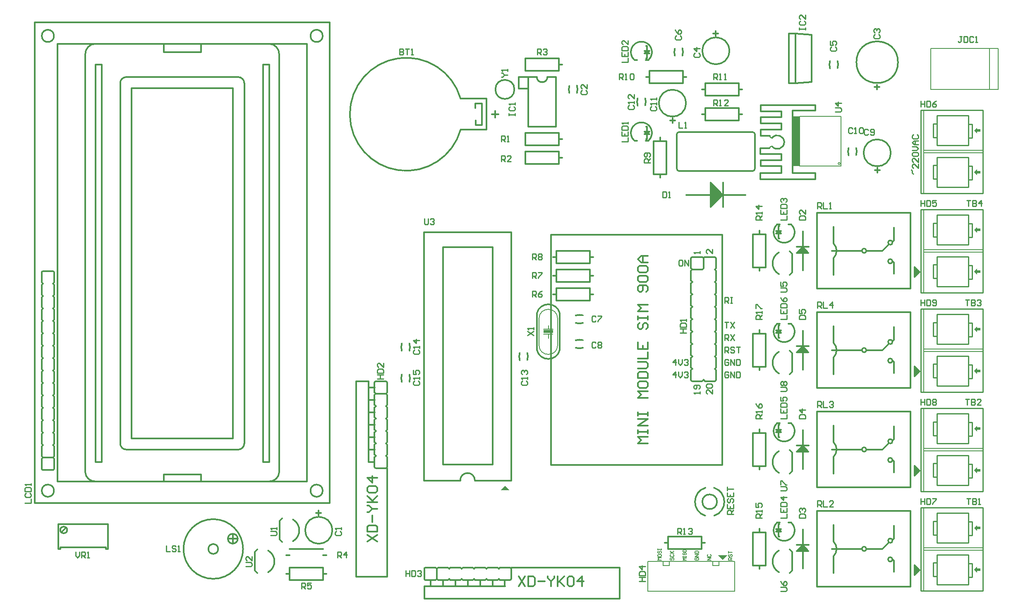
<source format=gto>
%FSTAX44Y44*%
%MOMM*%
G71*
G01*
G75*
%ADD10C,0.6000*%
%ADD11C,1.0000*%
%ADD12C,1.5000*%
%ADD13C,2.0000*%
%ADD14O,2.0000X1.6000*%
%ADD15C,3.8100*%
%ADD16C,1.6000*%
%ADD17O,1.6000X2.0000*%
G04:AMPARAMS|DCode=18|XSize=1.6mm|YSize=2mm|CornerRadius=0.4mm|HoleSize=0mm|Usage=FLASHONLY|Rotation=180.000|XOffset=0mm|YOffset=0mm|HoleType=Round|Shape=RoundedRectangle|*
%AMROUNDEDRECTD18*
21,1,1.6000,1.2000,0,0,180.0*
21,1,0.8000,2.0000,0,0,180.0*
1,1,0.8000,-0.4000,0.6000*
1,1,0.8000,0.4000,0.6000*
1,1,0.8000,0.4000,-0.6000*
1,1,0.8000,-0.4000,-0.6000*
%
%ADD18ROUNDEDRECTD18*%
G04:AMPARAMS|DCode=19|XSize=2.54mm|YSize=4.064mm|CornerRadius=0.635mm|HoleSize=0mm|Usage=FLASHONLY|Rotation=180.000|XOffset=0mm|YOffset=0mm|HoleType=Round|Shape=RoundedRectangle|*
%AMROUNDEDRECTD19*
21,1,2.5400,2.7940,0,0,180.0*
21,1,1.2700,4.0640,0,0,180.0*
1,1,1.2700,-0.6350,1.3970*
1,1,1.2700,0.6350,1.3970*
1,1,1.2700,0.6350,-1.3970*
1,1,1.2700,-0.6350,-1.3970*
%
%ADD19ROUNDEDRECTD19*%
G04:AMPARAMS|DCode=20|XSize=4.064mm|YSize=2.54mm|CornerRadius=0.635mm|HoleSize=0mm|Usage=FLASHONLY|Rotation=180.000|XOffset=0mm|YOffset=0mm|HoleType=Round|Shape=RoundedRectangle|*
%AMROUNDEDRECTD20*
21,1,4.0640,1.2700,0,0,180.0*
21,1,2.7940,2.5400,0,0,180.0*
1,1,1.2700,-1.3970,0.6350*
1,1,1.2700,1.3970,0.6350*
1,1,1.2700,1.3970,-0.6350*
1,1,1.2700,-1.3970,-0.6350*
%
%ADD20ROUNDEDRECTD20*%
%ADD21C,2.5400*%
G04:AMPARAMS|DCode=22|XSize=2.032mm|YSize=2.032mm|CornerRadius=0.508mm|HoleSize=0mm|Usage=FLASHONLY|Rotation=90.000|XOffset=0mm|YOffset=0mm|HoleType=Round|Shape=RoundedRectangle|*
%AMROUNDEDRECTD22*
21,1,2.0320,1.0160,0,0,90.0*
21,1,1.0160,2.0320,0,0,90.0*
1,1,1.0160,0.5080,0.5080*
1,1,1.0160,0.5080,-0.5080*
1,1,1.0160,-0.5080,-0.5080*
1,1,1.0160,-0.5080,0.5080*
%
%ADD22ROUNDEDRECTD22*%
%ADD23C,2.0320*%
%ADD24O,2.5000X1.9000*%
%ADD25C,2.5000*%
%ADD26O,1.6000X1.4000*%
%ADD27O,1.6000X1.3000*%
%ADD28C,1.8000*%
%ADD29O,2.5000X1.6000*%
%ADD30O,2.0000X3.0000*%
%ADD31C,1.4000*%
%ADD32C,1.2000*%
%ADD33C,2.5000*%
%ADD34C,0.5000*%
%ADD35C,0.3000*%
%ADD36C,0.2540*%
%ADD37C,0.3048*%
%ADD38C,0.1780*%
%ADD39C,0.1778*%
%ADD40C,0.2000*%
%ADD41C,0.2500*%
%ADD42R,1.2000X10.2200*%
G36*
X01993Y005547D02*
Y005544D01*
X019691D01*
X019812Y005665D01*
X01993Y005547D01*
D02*
G37*
G36*
X0233807Y00519007D02*
X0234442D01*
Y00513927D01*
X0233807D01*
Y00510117D01*
X0233172Y00516467D01*
X0233807Y00522817D01*
Y00519007D01*
D02*
G37*
G36*
Y00722207D02*
X0234442D01*
Y00717127D01*
X0233807D01*
Y00713317D01*
X0233172Y00719667D01*
X0233807Y00726017D01*
Y00722207D01*
D02*
G37*
G36*
Y00604097D02*
X0234442D01*
Y00599017D01*
X0233807D01*
Y00595207D01*
X0233172Y00601557D01*
X0233807Y00607907D01*
Y00604097D01*
D02*
G37*
G36*
X0138049Y00476D02*
X0136271D01*
X013716Y0048489D01*
X0138049Y00476D01*
D02*
G37*
G36*
X01817243Y00333629D02*
Y00333883D01*
X01808353Y00342773D01*
X01826387D01*
X01817243Y00333629D01*
D02*
G37*
G36*
X0233807Y00315807D02*
X0234442D01*
Y00310727D01*
X0233807D01*
Y00306917D01*
X0233172Y00313267D01*
X0233807Y00319617D01*
Y00315807D01*
D02*
G37*
G36*
Y00400897D02*
X0234442D01*
Y00395817D01*
X0233807D01*
Y00392007D01*
X0233172Y00398357D01*
X0233807Y00404707D01*
Y00400897D01*
D02*
G37*
G36*
X01993Y003515D02*
Y003512D01*
X019691D01*
X019812Y003633D01*
X01993Y003515D01*
D02*
G37*
G36*
X018177Y010797D02*
Y010794D01*
X017916Y010533D01*
Y011058D01*
X018177Y010797D01*
D02*
G37*
G36*
X0233807Y01010497D02*
X0234442D01*
Y01005417D01*
X0233807D01*
Y01001607D01*
X0233172Y01007957D01*
X0233807Y01014307D01*
Y01010497D01*
D02*
G37*
G36*
Y01213697D02*
X0234442D01*
Y01208617D01*
X0233807D01*
Y01204807D01*
X0233172Y01211157D01*
X0233807Y01217507D01*
Y01213697D01*
D02*
G37*
G36*
Y01128607D02*
X0234442D01*
Y01123527D01*
X0233807D01*
Y01119717D01*
X0233172Y01126067D01*
X0233807Y01132417D01*
Y01128607D01*
D02*
G37*
G36*
X01993Y009611D02*
Y009608D01*
X019691D01*
X019812Y009729D01*
X01993Y009611D01*
D02*
G37*
G36*
X01470406Y00797179D02*
X0145034D01*
Y00803021D01*
X01470406D01*
Y00797179D01*
D02*
G37*
G36*
X01993Y007579D02*
Y007576D01*
X019691D01*
X019812Y007697D01*
X01993Y007579D01*
D02*
G37*
G36*
X0233807Y00925407D02*
X0234442D01*
Y00920327D01*
X0233807D01*
Y00916517D01*
X0233172Y00922867D01*
X0233807Y00929217D01*
Y00925407D01*
D02*
G37*
G36*
Y00807297D02*
X0234442D01*
Y00802217D01*
X0233807D01*
Y00798407D01*
X0233172Y00804757D01*
X0233807Y00811107D01*
Y00807297D01*
D02*
G37*
D35*
X018035Y009501D02*
G03*
X018007Y009525I-000026J-000002D01*
G01*
X017553Y009525D02*
G03*
X017525Y009501I-000002J-000026D01*
G01*
Y007009D02*
G03*
X017553Y006985I000026J000002D01*
G01*
X018007Y006985D02*
G03*
X018035Y007009I000002J000026D01*
G01*
X01800187Y0042366D02*
G03*
X01799734Y00480728I-00009487J00028461D01*
G01*
X0178208Y00480855D02*
G03*
X01781604Y00423532I0000862J-00028735D01*
G01*
X018057Y0045212D02*
G03*
X018057Y0045212I-00015J0D01*
G01*
X01932312Y00352406D02*
G03*
X01932357Y00308084I00012637J-00022148D01*
G01*
X01928727Y00409689D02*
G03*
X01957473Y00409689I00014373J-00015989D01*
G01*
X01932312Y00555606D02*
G03*
X01932357Y00511284I00012637J-00022148D01*
G01*
X01928727Y00612889D02*
G03*
X01957473Y00612889I00014373J-00015989D01*
G01*
X01932312Y00758806D02*
G03*
X01932357Y00714484I00012637J-00022148D01*
G01*
X01928727Y00816089D02*
G03*
X01957473Y00816089I00014373J-00015989D01*
G01*
X01932312Y00962006D02*
G03*
X01932357Y00917684I00012637J-00022148D01*
G01*
X01928727Y01019289D02*
G03*
X01957473Y01019289I00014373J-00015989D01*
G01*
X021761Y01351D02*
G03*
X021761Y01351I-000425J0D01*
G01*
X0205247Y01338914D02*
G03*
X02052489Y01353428I-0002284J00007286D01*
G01*
X02036941Y01353519D02*
G03*
X02037029Y0133861I00022829J-00007319D01*
G01*
X017284Y012084D02*
G03*
X017234Y012034I0J-00005D01*
G01*
Y011334D02*
G03*
X017284Y011284I00005J0D01*
G01*
X018784D02*
G03*
X018834Y011334I0J00005D01*
G01*
Y012034D02*
G03*
X018784Y012084I-00005J0D01*
G01*
X01742Y012673D02*
G03*
X01742Y012673I-000275J0D01*
G01*
X01665373Y01190511D02*
G03*
X01636627Y01190511I-00014373J00015989D01*
G01*
X0165877Y01262714D02*
G03*
X01658788Y01277228I-0002284J00007286D01*
G01*
X01643241Y01277319D02*
G03*
X01643329Y0126241I00022829J-00007319D01*
G01*
X018309Y013743D02*
G03*
X018309Y013743I-000275J0D01*
G01*
X0171943Y01378886D02*
G03*
X01719411Y01364372I0002284J-00007286D01*
G01*
X01734959Y01364281D02*
G03*
X01734871Y0137919I-00022829J00007319D01*
G01*
X01665373Y01355611D02*
G03*
X01636627Y01355611I-00014373J00015989D01*
G01*
X01516714Y0076693D02*
G03*
X01531228Y00766911I00007286J0002284D01*
G01*
X01531319Y00782459D02*
G03*
X0151641Y00782371I-00007319J-00022829D01*
G01*
X01516714Y0081773D02*
G03*
X01531228Y00817711I00007286J0002284D01*
G01*
X01531319Y00833259D02*
G03*
X0151641Y00833171I-00007319J-00022829D01*
G01*
X01483975Y00837432D02*
G03*
X01437025Y00837432I-00023475J-00005582D01*
G01*
Y00762768D02*
G03*
X01483975Y00762768I00023475J00005582D01*
G01*
X0141747Y00742014D02*
G03*
X01417489Y00756528I-0002284J00007286D01*
G01*
X01401941Y00756619D02*
G03*
X01402029Y0074171I00022829J-00007319D01*
G01*
X01437Y013208D02*
G03*
X014586Y013208I000108J0D01*
G01*
X0150353Y01302686D02*
G03*
X01503512Y01288172I0002284J-00007286D01*
G01*
X01519059Y01288081D02*
G03*
X01518971Y0130299I-00022829J00007319D01*
G01*
X013911Y012954D02*
G03*
X013911Y012954I-000195J0D01*
G01*
X01280898Y01276542D02*
G03*
X0128116Y01213583I-00111068J-00031942D01*
G01*
X0116063Y00775636D02*
G03*
X01160611Y00761122I0002284J-00007286D01*
G01*
X01176159Y00761031D02*
G03*
X01176071Y0077594I-00022829J00007319D01*
G01*
X0117617Y00697564D02*
G03*
X01176189Y00712078I-0002284J00007286D01*
G01*
X01160641Y00712169D02*
G03*
X01160729Y0069726I00022829J-00007319D01*
G01*
X011304Y006961D02*
G03*
X011276Y006985I-000026J-000002D01*
G01*
X011076Y006985D02*
G03*
X011048Y006961I-000002J-000026D01*
G01*
Y005231D02*
G03*
X011076Y005207I000026J000002D01*
G01*
X011276Y005207D02*
G03*
X011304Y005231I000002J000026D01*
G01*
X010181Y0039386D02*
G03*
X010181Y0039386I-000275J0D01*
G01*
X00937888Y00371494D02*
G03*
X00937843Y00415816I-00012637J00022148D01*
G01*
X00887088Y00307994D02*
G03*
X00887043Y00352316I-00012637J00022148D01*
G01*
X008247Y003766D02*
G03*
X008247Y003766I-0001J0D01*
G01*
X008357Y003556D02*
G03*
X008357Y003556I-00061J0D01*
G01*
X007847D02*
G03*
X007847Y003556I-0001J0D01*
G01*
X005842Y005715D02*
G03*
X005969Y005588I000127J0D01*
G01*
X008255D02*
G03*
X008382Y005715I0J000127D01*
G01*
Y013081D02*
G03*
X008255Y013208I-000127J0D01*
G01*
X005969Y013208D02*
G03*
X005842Y013081I0J-000127D01*
G01*
X005127Y005127D02*
G03*
X005334Y00493805I00019798J00000903D01*
G01*
X00889Y00493805D02*
G03*
X009097Y005127I00000903J00019798D01*
G01*
Y013669D02*
G03*
X00889Y01388805I-00021302J00000602D01*
G01*
X005334D02*
G03*
X005127Y013669I00000602J-00021302D01*
G01*
X00449Y009211D02*
G03*
X004462Y009235I-000026J-000002D01*
G01*
X004262Y009235D02*
G03*
X004234Y009211I-000002J-000026D01*
G01*
Y005195D02*
G03*
X004262Y005171I000026J000002D01*
G01*
X004462Y005171D02*
G03*
X00449Y005195I000002J000026D01*
G01*
X004487Y004748D02*
G03*
X004487Y004748I-000125J0D01*
G01*
X009987D02*
G03*
X009987Y004748I-000125J0D01*
G01*
Y014048D02*
G03*
X009987Y014048I-000125J0D01*
G01*
X004487D02*
G03*
X004487Y014048I-000125J0D01*
G01*
X0047563Y00394462D02*
G03*
X0047563Y00394462I-00007J0D01*
G01*
X012089Y003176D02*
G03*
X012065Y003148I000002J-000026D01*
G01*
X012065Y002948D02*
G03*
X012089Y00292I000026J-000002D01*
G01*
X013819D02*
G03*
X013843Y002948I-000002J000026D01*
G01*
X013843Y003148D02*
G03*
X013819Y003176I-000026J000002D01*
G01*
X02044266Y00544068D02*
G03*
X0204452Y00573532I-00014605J00014859D01*
G01*
X02111368Y00559054D02*
G03*
X02111368Y00559054I-00004522J0D01*
G01*
X02164962Y00575818D02*
G03*
X02164962Y00575818I-00004522J0D01*
G01*
X02164708Y00537464D02*
G03*
X02164708Y00537464I-00004522J0D01*
G01*
X02044266Y00340868D02*
G03*
X0204452Y00370332I-00014605J00014859D01*
G01*
X02111368Y00355854D02*
G03*
X02111368Y00355854I-00004522J0D01*
G01*
X02164962Y00372618D02*
G03*
X02164962Y00372618I-00004522J0D01*
G01*
X02164708Y00334264D02*
G03*
X02164708Y00334264I-00004522J0D01*
G01*
X021611Y011657D02*
G03*
X021611Y011657I-000275J0D01*
G01*
X0209057Y01161114D02*
G03*
X02090589Y01175628I-0002284J00007286D01*
G01*
X02075041Y01175719D02*
G03*
X02075129Y0116081I00022829J-00007319D01*
G01*
X02044266Y00747268D02*
G03*
X0204452Y00776732I-00014605J00014859D01*
G01*
X02111368Y00762254D02*
G03*
X02111368Y00762254I-00004522J0D01*
G01*
X02164962Y00779018D02*
G03*
X02164962Y00779018I-00004522J0D01*
G01*
X02164708Y00740664D02*
G03*
X02164708Y00740664I-00004522J0D01*
G01*
X02044266Y00950468D02*
G03*
X0204452Y00979932I-00014605J00014859D01*
G01*
X02111368Y00965454D02*
G03*
X02111368Y00965454I-00004522J0D01*
G01*
X02164962Y00982218D02*
G03*
X02164962Y00982218I-00004522J0D01*
G01*
X02164708Y00943864D02*
G03*
X02164708Y00943864I-00004522J0D01*
G01*
X01310133Y00495469D02*
G03*
X01280147Y00495583I-00014991J00000508D01*
G01*
X017525Y0072644D02*
X017526D01*
X0175514Y007239D01*
X0175504D02*
X0175514D01*
X017525Y0072136D02*
X0175504Y007239D01*
X017525Y0072654D02*
Y007469D01*
Y0072654D02*
X017526Y0072644D01*
X017525Y0070104D02*
Y0072136D01*
Y0077724D02*
X017526D01*
X0175514Y007747D01*
X0175504D02*
X0175514D01*
X017525Y0077216D02*
X0175504Y007747D01*
X017525Y0077734D02*
Y007977D01*
Y0077734D02*
X017526Y0077724D01*
X017525Y0075184D02*
Y0077216D01*
Y0075184D02*
X017526D01*
X0175514Y007493D01*
X017526Y0074676D02*
X0175514Y007493D01*
X017525Y0082804D02*
X017526D01*
X0175514Y008255D01*
X0175504D02*
X0175514D01*
X017525Y0082296D02*
X0175504Y008255D01*
X017525Y0082814D02*
Y008485D01*
Y0082814D02*
X017526Y0082804D01*
X017525Y0080264D02*
Y0082296D01*
Y0080264D02*
X017526D01*
X0175514Y008001D01*
X017526Y0079756D02*
X0175514Y008001D01*
X017525Y0087884D02*
X017526D01*
X0175514Y008763D01*
X0175504D02*
X0175514D01*
X017525Y0087376D02*
X0175504Y008763D01*
X017525Y0087894D02*
Y008993D01*
Y0087894D02*
X017526Y0087884D01*
X017525Y0085344D02*
Y0087376D01*
Y0085344D02*
X017526D01*
X0175514Y008509D01*
X017526Y0084836D02*
X0175514Y008509D01*
X0180086Y007239D02*
X018034Y0072644D01*
X0180086Y007239D02*
X018034Y0072136D01*
X018035Y0072644D02*
Y007469D01*
Y0070104D02*
Y0072136D01*
X0180086Y007747D02*
X018034Y0077724D01*
X0180086Y007747D02*
X018034Y0077216D01*
X018035Y0077724D02*
Y007977D01*
X0180086Y007493D02*
X018034Y0075184D01*
X0180086Y007493D02*
X018034Y0074676D01*
X018035Y0075184D02*
Y0077216D01*
X018034Y0075184D02*
X018035D01*
X0180086Y008255D02*
X018034Y0082804D01*
X0180086Y008255D02*
X018034Y0082296D01*
X018035Y0082804D02*
Y008485D01*
X0180086Y008001D02*
X018034Y0080264D01*
X0180086Y008001D02*
X018034Y0079756D01*
X018035Y0080264D02*
Y0082296D01*
X018034Y0080264D02*
X018035D01*
X0180086Y008763D02*
X018034Y0087884D01*
X0180086Y008763D02*
X018034Y0087376D01*
X018035Y0087884D02*
Y008993D01*
X0180086Y008509D02*
X018034Y0085344D01*
X0180086Y008509D02*
X018034Y0084836D01*
X018035Y0085344D02*
Y0087376D01*
X018034Y0085344D02*
X018035D01*
X017526Y0089916D02*
X0175514Y009017D01*
X017526Y0090424D02*
X0175514Y009017D01*
X017525Y0090424D02*
X017526D01*
X017525D02*
Y0092456D01*
Y0092974D02*
X017526Y0092964D01*
X017525Y0092974D02*
Y009501D01*
X018034Y0090424D02*
X018035D01*
Y0092456D01*
X0180086Y009017D02*
X018034Y0089916D01*
X0180086Y009017D02*
X018034Y0090424D01*
X018035Y0092964D02*
Y009501D01*
X017525Y0092456D02*
X0175504Y009271D01*
X0175514D01*
X017526Y0092964D02*
X0175514Y009271D01*
X017525Y0092964D02*
X017526D01*
X01781Y006985D02*
X018007D01*
X01775D02*
X01778Y007015D01*
X01756Y006985D02*
X01775D01*
X0180086Y009271D02*
X018034Y0092456D01*
X0180086Y009271D02*
X018034Y0092964D01*
X017553Y009525D02*
X01776D01*
X0178D02*
X018007D01*
X01778Y009505D02*
X0178Y009525D01*
X01776D02*
X01778Y009505D01*
Y007015D02*
X01781Y006985D01*
X0175504Y009271D02*
X017756D01*
X01778Y009295D01*
Y009505D01*
X022098Y0032258D02*
X0221996Y0031242D01*
X022098Y0030226D02*
Y0032258D01*
Y0030226D02*
X0221996Y0031242D01*
X0221234Y003048D02*
Y0032004D01*
X0221488Y0030734D02*
Y003175D01*
X0221742Y0030988D02*
Y0031496D01*
X022098Y0052578D02*
X0221996Y0051562D01*
X022098Y0050546D02*
Y0052578D01*
Y0050546D02*
X0221996Y0051562D01*
X0221234Y00508D02*
Y0052324D01*
X0221488Y0051054D02*
Y005207D01*
X0221742Y0051308D02*
Y0051816D01*
X022098Y0072898D02*
X0221996Y0071882D01*
X022098Y0070866D02*
Y0072898D01*
Y0070866D02*
X0221996Y0071882D01*
X0221234Y007112D02*
Y0072644D01*
X0221488Y0071374D02*
Y007239D01*
X0221742Y0071628D02*
Y0072136D01*
Y0091948D02*
Y0092456D01*
X0221488Y0091694D02*
Y009271D01*
X0221234Y009144D02*
Y0092964D01*
X022098Y0091186D02*
X0221996Y0092202D01*
X022098Y0091186D02*
Y0093218D01*
X0221996Y0092202D01*
X017739Y003553D02*
Y003813D01*
X017059Y003553D02*
X017739D01*
X017059D02*
Y003813D01*
X017739D01*
Y003683D02*
X017809D01*
X016989D02*
X017059D01*
X0195961Y0031115D02*
Y0034925D01*
X0195453Y0030607D02*
X0195961Y0031115D01*
X0195453Y0035433D02*
X0195961Y0034925D01*
X019812Y003156D02*
Y003956D01*
X019691Y003641D02*
X019932D01*
X019812Y003633D02*
Y00364D01*
X019691Y003512D02*
X019812Y003633D01*
X019691Y003512D02*
X01993D01*
X019812Y00363D02*
X01993Y003512D01*
X0193194Y00381D02*
X01933702D01*
X0192686Y0039116D02*
X0193702D01*
X0192686D02*
X0193194Y0039624D01*
X0193702Y0039116D01*
X0192686Y0039624D02*
X0193702D01*
X0193194D02*
Y0040386D01*
Y004064D01*
X01933702D01*
X0193194Y00381D02*
Y0039116D01*
X01927622Y00391922D02*
X01936258D01*
X01928384Y00392684D02*
X01935496D01*
X01929146Y00393446D02*
X01934734D01*
X01929908Y00394208D02*
X01933972D01*
X0193067Y0039497D02*
X0193321D01*
X01936258Y00391922D02*
X0193702Y0039116D01*
X01935496Y00392684D02*
X01936258Y00391922D01*
X01933972Y00394208D02*
X01934734Y00393446D01*
X0193321Y0039497D02*
X01933972Y00394208D01*
X01951736Y004097D02*
X01957483D01*
X01928717D02*
X01934464D01*
X018793Y003896D02*
X019053D01*
Y003216D02*
Y003896D01*
X018793Y003216D02*
X019053D01*
X018793D02*
Y003896D01*
X018923D02*
Y003966D01*
Y003146D02*
Y003216D01*
X0195961Y0051435D02*
Y0055245D01*
X0195453Y0050927D02*
X0195961Y0051435D01*
X0195453Y0055753D02*
X0195961Y0055245D01*
X019812Y005188D02*
Y005988D01*
X019691Y005673D02*
X019932D01*
X019812Y005665D02*
Y005672D01*
X019691Y005544D02*
X019812Y005665D01*
X019691Y005544D02*
X01993D01*
X019812Y005662D02*
X01993Y005544D01*
X0193194Y005842D02*
X01933702D01*
X0192686Y0059436D02*
X0193702D01*
X0192686D02*
X0193194Y0059944D01*
X0193702Y0059436D01*
X0192686Y0059944D02*
X0193702D01*
X0193194D02*
Y0060706D01*
Y006096D01*
X01933702D01*
X0193194Y005842D02*
Y0059436D01*
X01927622Y00595122D02*
X01936258D01*
X01928384Y00595884D02*
X01935496D01*
X01929146Y00596646D02*
X01934734D01*
X01929908Y00597408D02*
X01933972D01*
X0193067Y0059817D02*
X0193321D01*
X01936258Y00595122D02*
X0193702Y0059436D01*
X01935496Y00595884D02*
X01936258Y00595122D01*
X01933972Y00597408D02*
X01934734Y00596646D01*
X0193321Y0059817D02*
X01933972Y00597408D01*
X01951736Y006129D02*
X01957483D01*
X01928717D02*
X01934464D01*
X018793Y005928D02*
X019053D01*
Y005248D02*
Y005928D01*
X018793Y005248D02*
X019053D01*
X018793D02*
Y005928D01*
X018923D02*
Y005998D01*
Y005178D02*
Y005248D01*
X0195961Y0071755D02*
Y0075565D01*
X0195453Y0071247D02*
X0195961Y0071755D01*
X0195453Y0076073D02*
X0195961Y0075565D01*
X019812Y00722D02*
Y00802D01*
X019691Y007705D02*
X019932D01*
X019812Y007697D02*
Y007704D01*
X019691Y007576D02*
X019812Y007697D01*
X019691Y007576D02*
X01993D01*
X019812Y007694D02*
X01993Y007576D01*
X0193194Y007874D02*
X01933702D01*
X0192686Y0079756D02*
X0193702D01*
X0192686D02*
X0193194Y0080264D01*
X0193702Y0079756D01*
X0192686Y0080264D02*
X0193702D01*
X0193194D02*
Y0081026D01*
Y008128D01*
X01933702D01*
X0193194Y007874D02*
Y0079756D01*
X01927622Y00798322D02*
X01936258D01*
X01928384Y00799084D02*
X01935496D01*
X01929146Y00799846D02*
X01934734D01*
X01929908Y00800608D02*
X01933972D01*
X0193067Y0080137D02*
X0193321D01*
X01936258Y00798322D02*
X0193702Y0079756D01*
X01935496Y00799084D02*
X01936258Y00798322D01*
X01933972Y00800608D02*
X01934734Y00799846D01*
X0193321Y0080137D02*
X01933972Y00800608D01*
X01951736Y008161D02*
X01957483D01*
X01928717D02*
X01934464D01*
X018793Y00796D02*
X019053D01*
Y00728D02*
Y00796D01*
X018793Y00728D02*
X019053D01*
X018793D02*
Y00796D01*
X018923D02*
Y00803D01*
Y00721D02*
Y00728D01*
X0195961Y0092075D02*
Y0095885D01*
X0195453Y0091567D02*
X0195961Y0092075D01*
X0195453Y0096393D02*
X0195961Y0095885D01*
X019812Y009252D02*
Y010052D01*
X019691Y009737D02*
X019932D01*
X019812Y009729D02*
Y009736D01*
X019691Y009608D02*
X019812Y009729D01*
X019691Y009608D02*
X01993D01*
X019812Y009726D02*
X01993Y009608D01*
X0193194Y009906D02*
X01933702D01*
X0192686Y0100076D02*
X0193702D01*
X0192686D02*
X0193194Y0100584D01*
X0193702Y0100076D01*
X0192686Y0100584D02*
X0193702D01*
X0193194D02*
Y0101346D01*
Y01016D01*
X01933702D01*
X0193194Y009906D02*
Y0100076D01*
X01927622Y01001522D02*
X01936258D01*
X01928384Y01002284D02*
X01935496D01*
X01929146Y01003046D02*
X01934734D01*
X01929908Y01003808D02*
X01933972D01*
X0193067Y0100457D02*
X0193321D01*
X01936258Y01001522D02*
X0193702Y0100076D01*
X01935496Y01002284D02*
X01936258Y01001522D01*
X01933972Y01003808D02*
X01934734Y01003046D01*
X0193321Y0100457D02*
X01933972Y01003808D01*
X01951736Y010193D02*
X01957483D01*
X01928717D02*
X01934464D01*
X018793Y009992D02*
X019053D01*
Y009312D02*
Y009992D01*
X018793Y009312D02*
X019053D01*
X018793D02*
Y009992D01*
X018923D02*
Y010062D01*
Y009242D02*
Y009312D01*
X019667Y013079D02*
Y014099D01*
X01966685D02*
X019997Y014074D01*
Y013104D02*
Y014074D01*
X019527Y013079D02*
Y014099D01*
X01966685Y013079D02*
X019997Y013104D01*
X019527Y013079D02*
X019667D01*
X019527Y014099D02*
X019667D01*
X018501Y012824D02*
Y013084D01*
X017821Y012824D02*
X018501D01*
X017821D02*
Y013084D01*
X018501D01*
Y012954D02*
X018571D01*
X017751D02*
X017821D01*
Y012316D02*
Y012576D01*
X018501D01*
Y012316D02*
Y012576D01*
X017821Y012316D02*
X018501D01*
X017751Y012446D02*
X017821D01*
X018501D02*
X018571D01*
X017924Y010545D02*
X018174Y010795D01*
X017924Y010545D02*
Y011045D01*
X018174Y010795D01*
X0181815Y010545D02*
Y011045D01*
X0180721Y010795D02*
X018643D01*
X017425D02*
X0180721D01*
X018834Y011334D02*
Y012034D01*
X017284Y012084D02*
X018784D01*
X017284Y011284D02*
X018784D01*
X017234Y011334D02*
Y012034D01*
X016761Y011217D02*
X017021D01*
X016761D02*
Y011897D01*
X017021D01*
Y011217D02*
Y011897D01*
X016891Y011147D02*
Y011217D01*
Y011897D02*
Y011967D01*
X01660398Y012192D02*
X0166216D01*
X0165708Y0120904D02*
X0166724D01*
X0166216Y0120396D02*
X0166724Y0120904D01*
X0165708D02*
X0166216Y0120396D01*
X0165708D02*
X0166724D01*
X0166216Y0119634D02*
Y0120396D01*
Y011938D02*
Y0119634D01*
X01660398Y011938D02*
X0166216D01*
Y0120904D02*
Y012192D01*
X01657842Y01208278D02*
X01666478D01*
X01658604Y01207516D02*
X01665716D01*
X01659366Y01206754D02*
X01664954D01*
X01660128Y01205992D02*
X01664192D01*
X0166089Y0120523D02*
X0166343D01*
X0165708Y0120904D02*
X01657842Y01208278D01*
X01658604Y01207516D01*
X01659366Y01206754D02*
X01660128Y01205992D01*
X0166089Y0120523D01*
X01636617Y011905D02*
X01642364D01*
X01659636D02*
X01665383D01*
X017358Y013078D02*
Y013338D01*
X016678Y013078D02*
X017358D01*
X016678D02*
Y013338D01*
X017358D01*
Y013208D02*
X017428D01*
X016608D02*
X016678D01*
X01660398Y013843D02*
X0166216D01*
X0165708Y0137414D02*
X0166724D01*
X0166216Y0136906D02*
X0166724Y0137414D01*
X0165708D02*
X0166216Y0136906D01*
X0165708D02*
X0166724D01*
X0166216Y0136144D02*
Y0136906D01*
Y013589D02*
Y0136144D01*
X01660398Y013589D02*
X0166216D01*
Y0137414D02*
Y013843D01*
X01657842Y01373378D02*
X01666478D01*
X01658604Y01372616D02*
X01665716D01*
X01659366Y01371854D02*
X01664954D01*
X01660128Y01371092D02*
X01664192D01*
X0166089Y0137033D02*
X0166343D01*
X0165708Y0137414D02*
X01657842Y01373378D01*
X01658604Y01372616D01*
X01659366Y01371854D02*
X01660128Y01371092D01*
X0166089Y0137033D01*
X01636617Y013556D02*
X01642364D01*
X01659636D02*
X01665383D01*
X014773Y009014D02*
Y009274D01*
X015453D01*
Y009014D02*
Y009274D01*
X014773Y009014D02*
X015453D01*
X014703Y009144D02*
X014773D01*
X015453D02*
X015523D01*
X014773Y008633D02*
Y008893D01*
X015453D01*
Y008633D02*
Y008893D01*
X014773Y008633D02*
X015453D01*
X014703Y008763D02*
X014773D01*
X015453D02*
X015523D01*
X014773Y009395D02*
Y009655D01*
X015453D01*
Y009395D02*
Y009655D01*
X014773Y009395D02*
X015453D01*
X014703Y009525D02*
X014773D01*
X015453D02*
X015523D01*
X01484Y00762768D02*
Y00837432D01*
X01437Y00762768D02*
Y00837432D01*
X014138Y011427D02*
Y011687D01*
X014818D01*
Y011427D02*
Y011687D01*
X014138Y011427D02*
X014818D01*
Y011557D02*
X014888D01*
X014138Y011808D02*
Y012068D01*
X014818D01*
Y011808D02*
Y012068D01*
X014138Y011808D02*
X014818D01*
Y011938D02*
X014888D01*
X014198Y012192D02*
X014758D01*
Y013208D01*
X014198Y012192D02*
Y013208D01*
X01437D01*
X014586D02*
X014758D01*
X013998D02*
X014198D01*
X013998Y01297D02*
Y013208D01*
Y01297D02*
X014198D01*
X014138Y013332D02*
Y013592D01*
X014818D01*
Y013332D02*
Y013592D01*
X014138Y013332D02*
X014818D01*
Y013462D02*
X014888D01*
X01311402Y012576D02*
Y012666D01*
X01324864D01*
Y012226D02*
Y012666D01*
X01311656Y012226D02*
X01324864D01*
X01311656D02*
Y012316D01*
X0128116Y012136D02*
X013335D01*
Y012766D01*
X012811D02*
X013335D01*
X011048Y0052334D02*
Y005437D01*
Y0057404D02*
X011049D01*
X0110744Y005715D01*
X0110734D02*
X0110744D01*
X011048Y0056896D02*
X0110734Y005715D01*
X011048Y0057414D02*
Y005945D01*
Y0057414D02*
X011049Y0057404D01*
X011048Y0054864D02*
Y0056896D01*
Y0054864D02*
X011049D01*
X0110744Y005461D01*
X011049Y0054356D02*
X0110744Y005461D01*
X011048Y0062484D02*
X011049D01*
X0110744Y006223D01*
X0110734D02*
X0110744D01*
X011048Y0061976D02*
X0110734Y006223D01*
X011048Y0062494D02*
Y006453D01*
Y0062494D02*
X011049Y0062484D01*
X011048Y0059944D02*
Y0061976D01*
Y0059944D02*
X011049D01*
X0110744Y005969D01*
X011049Y0059436D02*
X0110744Y005969D01*
X011304Y0052324D02*
Y005437D01*
X0112776Y005715D02*
X011303Y0057404D01*
X0112776Y005715D02*
X011303Y0056896D01*
X011304Y0057404D02*
Y005945D01*
X0112776Y005461D02*
X011303Y0054864D01*
X0112776Y005461D02*
X011303Y0054356D01*
X011304Y0054864D02*
Y0056896D01*
X011303Y0054864D02*
X011304D01*
X0112776Y006223D02*
X011303Y0062484D01*
X0112776Y006223D02*
X011303Y0061976D01*
X011304Y0062484D02*
Y006453D01*
X0112776Y005969D02*
X011303Y0059944D01*
X0112776Y005969D02*
X011303Y0059436D01*
X011304Y0059944D02*
Y0061976D01*
X011303Y0059944D02*
X011304D01*
X011049Y0064516D02*
X0110744Y006477D01*
X011049Y0065024D02*
X0110744Y006477D01*
X011048Y0065024D02*
X011049D01*
X011048D02*
Y0067056D01*
Y0067574D02*
X011049Y0067564D01*
X011048Y0067574D02*
Y006961D01*
X011303Y0065024D02*
X011304D01*
Y0067056D01*
X0112776Y006477D02*
X011303Y0064516D01*
X0112776Y006477D02*
X011303Y0065024D01*
X011304Y0067564D02*
Y006961D01*
X011048Y0067056D02*
X0110734Y006731D01*
X0110744D01*
X011049Y0067564D02*
X0110744Y006731D01*
X011048Y0067564D02*
X011049D01*
X0112776Y006731D02*
X011303Y0067056D01*
X0112776Y006731D02*
X011303Y0067564D01*
X011076Y006985D02*
X011276D01*
X011076Y005207D02*
X011276D01*
X0110734Y006731D02*
X0112776D01*
X009312Y003559D02*
X009992D01*
X009242Y003429D02*
X009312D01*
X009992D02*
X010062D01*
X009992Y002918D02*
Y003178D01*
X009312Y002918D02*
X009992D01*
X009312D02*
Y003178D01*
X009992D01*
Y003048D02*
X010062D01*
X009242D02*
X009312D01*
X0091059Y0037465D02*
X0091567Y0036957D01*
X0091059Y0041275D02*
X0091567Y0041783D01*
X0091059Y0037465D02*
Y0041275D01*
X0085979Y0031115D02*
Y0034925D01*
X0086487Y0035433D01*
X0085979Y0031115D02*
X0086487Y0030607D01*
X008147Y003666D02*
Y003866D01*
X008047Y003766D02*
X008247D01*
X005127Y005127D02*
X005127Y013669D01*
X009097Y005127D02*
X009097Y013669D01*
X006072Y005818D02*
X006072Y012978D01*
X008152Y005818D02*
X008152Y012978D01*
X006072Y005818D02*
X008152D01*
X006072Y012978D02*
X008152D01*
X005969Y013208D02*
X008255D01*
X008382Y005715D02*
Y013081D01*
X005842Y005715D02*
Y013081D01*
X005969Y005588D02*
X008255D01*
X006731Y00508D02*
X007493D01*
X006731Y00493805D02*
Y00508D01*
X007493Y00493805D02*
Y00508D01*
X006731Y013716D02*
Y01388805D01*
Y013716D02*
X007493D01*
Y01388805D01*
X005334Y005334D02*
Y013462D01*
X005461D01*
Y005334D02*
Y013462D01*
X005334Y005334D02*
X005461D01*
X008763D02*
X00889D01*
X008763D02*
Y013462D01*
X00889D01*
Y005334D02*
Y013462D01*
X004562Y01388805D02*
X009662D01*
Y00493805D02*
Y01388805D01*
X004097Y00449805D02*
Y01432805D01*
X010127D01*
Y00449805D02*
Y01432805D01*
X004097Y00449805D02*
X010127D01*
X004562Y00493805D02*
Y01388805D01*
Y00493805D02*
X009662D01*
X004262Y009235D02*
X004462D01*
X00449Y009005D02*
Y0092086D01*
X0044636Y008981D02*
X004489Y0090064D01*
X004234Y009005D02*
Y0092096D01*
X004235Y0090064D02*
X0042604Y008981D01*
X004235Y0087524D02*
X0042604Y008727D01*
X004234Y008751D02*
Y0089556D01*
X004235D02*
X0042604Y008981D01*
X0044636Y008727D02*
X004489Y0087524D01*
Y0089556D02*
X00449Y0089546D01*
Y008751D02*
Y0089546D01*
X0044636Y008981D02*
X004489Y0089556D01*
X00449D01*
X004235Y0084984D02*
X0042604Y008473D01*
X004234Y008497D02*
Y0087016D01*
X004235D02*
X0042604Y008727D01*
X0044636Y008473D02*
X004489Y0084984D01*
Y0087016D02*
X00449Y0087006D01*
Y008497D02*
Y0087006D01*
X0044636Y008727D02*
X004489Y0087016D01*
X00449D01*
X004235Y0082444D02*
X0042604Y008219D01*
X004234Y008243D02*
Y0084476D01*
X004235D02*
X0042604Y008473D01*
X0044636Y008219D02*
X004489Y0082444D01*
Y0084476D02*
X00449Y0084466D01*
Y008243D02*
Y0084466D01*
X0044636Y008473D02*
X004489Y0084476D01*
X00449D01*
X004235Y0079904D02*
X0042604Y007965D01*
X004234Y007989D02*
Y0081936D01*
X004235D02*
X0042604Y008219D01*
X0044636Y007965D02*
X004489Y0079904D01*
Y0081936D02*
X00449Y0081926D01*
Y007989D02*
Y0081926D01*
X0044636Y008219D02*
X004489Y0081936D01*
X00449D01*
X004235Y0077364D02*
X0042604Y007711D01*
X004234Y007735D02*
Y0079396D01*
X004235D02*
X0042604Y007965D01*
X0044636Y007711D02*
X004489Y0077364D01*
Y0079396D02*
X00449Y0079386D01*
Y007735D02*
Y0079386D01*
X0044636Y007965D02*
X004489Y0079396D01*
X00449D01*
X004489D02*
X00449D01*
X0044636Y007965D02*
X004489Y0079396D01*
X00449Y007735D02*
Y0079386D01*
X004489Y0079396D02*
X00449Y0079386D01*
X004489Y0074316D02*
X00449D01*
X0044636Y007457D02*
X004489Y0074316D01*
X0044636Y007457D02*
X0044646D01*
X00449Y0074824D01*
Y007227D02*
Y0074306D01*
X004489Y0074316D02*
X00449Y0074306D01*
Y0074824D02*
Y0076856D01*
X004489D02*
X00449D01*
X0044636Y007711D02*
X004489Y0076856D01*
X0044636Y007711D02*
X004489Y0077364D01*
Y0069236D02*
X00449D01*
X0044636Y006949D02*
X004489Y0069236D01*
X0044636Y006949D02*
X0044646D01*
X00449Y0069744D01*
Y006719D02*
Y0069226D01*
X004489Y0069236D02*
X00449Y0069226D01*
Y0069744D02*
Y0071776D01*
X004489D02*
X00449D01*
X0044636Y007203D02*
X004489Y0071776D01*
X0044636Y007203D02*
X004489Y0072284D01*
Y0064156D02*
X00449D01*
X0044636Y006441D02*
X004489Y0064156D01*
X0044636Y006441D02*
X0044646D01*
X00449Y0064664D01*
Y006211D02*
Y0064146D01*
X004489Y0064156D02*
X00449Y0064146D01*
Y0064664D02*
Y0066696D01*
X004489D02*
X00449D01*
X0044636Y006695D02*
X004489Y0066696D01*
X0044636Y006695D02*
X004489Y0067204D01*
Y0059076D02*
X00449D01*
X0044636Y005933D02*
X004489Y0059076D01*
X0044636Y005933D02*
X0044646D01*
X00449Y0059584D01*
Y005703D02*
Y0059066D01*
X004489Y0059076D02*
X00449Y0059066D01*
Y0059584D02*
Y0061616D01*
X004489D02*
X00449D01*
X0044636Y006187D02*
X004489Y0061616D01*
X0044636Y006187D02*
X004489Y0062124D01*
X004235Y0079396D02*
X0042604Y007965D01*
X004234Y007735D02*
Y0079396D01*
X004235Y0074316D02*
X0042604Y007457D01*
X004235Y0074824D02*
X0042604Y007457D01*
X004234Y007227D02*
Y0074316D01*
X004235Y0076856D02*
X0042604Y007711D01*
X004235Y0077364D02*
X0042604Y007711D01*
X004234Y0074824D02*
Y0076856D01*
X004235D01*
Y0069236D02*
X0042604Y006949D01*
X004235Y0069744D02*
X0042604Y006949D01*
X004234Y006719D02*
Y0069236D01*
X004235Y0071776D02*
X0042604Y007203D01*
X004235Y0072284D02*
X0042604Y007203D01*
X004234Y0069744D02*
Y0071776D01*
X004235D01*
Y0064156D02*
X0042604Y006441D01*
X004235Y0064664D02*
X0042604Y006441D01*
X004234Y006211D02*
Y0064156D01*
X004235Y0066696D02*
X0042604Y006695D01*
X004235Y0067204D02*
X0042604Y006695D01*
X004234Y0064664D02*
Y0066696D01*
X004235D01*
Y0059076D02*
X0042604Y005933D01*
X004235Y0059584D02*
X0042604Y005933D01*
X004234Y005703D02*
Y0059076D01*
X004235Y0061616D02*
X0042604Y006187D01*
X004235Y0062124D02*
X0042604Y006187D01*
X004234Y0059584D02*
Y0061616D01*
X004235D01*
X0044636Y005679D02*
X004489Y0057044D01*
X0044636Y005679D02*
X004489Y0056536D01*
X00449D01*
Y0054504D02*
Y0056536D01*
X004489Y0053996D02*
X00449Y0053986D01*
Y005195D02*
Y0053986D01*
X004234Y0056536D02*
X004235D01*
X004234Y0054504D02*
Y0056536D01*
X004235Y0057044D02*
X0042604Y005679D01*
X004235Y0056536D02*
X0042604Y005679D01*
X004234Y005195D02*
Y0053996D01*
X0044646Y005425D02*
X00449Y0054504D01*
X0044636Y005425D02*
X0044646D01*
X0044636D02*
X004489Y0053996D01*
X00449D01*
X004235Y0054504D02*
X0042604Y005425D01*
X004235Y0053996D02*
X0042604Y005425D01*
X004262Y005171D02*
X004462D01*
X0042604Y005425D02*
X0044636D01*
X004572Y004064D02*
X00559054D01*
Y003556D02*
Y004064D01*
X00555244Y003556D02*
X00559054D01*
X00555244D02*
Y00358648D01*
X00461518D02*
X00555244D01*
X00461518Y003556D02*
Y00358648D01*
X004572Y003556D02*
X00461518D01*
X004572D02*
Y004064D01*
X00463884Y00389716D02*
X00473384Y00399216D01*
X013613Y00292D02*
X0138166D01*
X0133096D02*
Y002921D01*
X013335Y0029464D01*
Y0029454D02*
Y0029464D01*
Y0029454D02*
X0133604Y00292D01*
X013105D02*
X0133086D01*
X0133096Y002921D01*
X0133604Y00292D02*
X0135636D01*
Y002921D01*
X013589Y0029464D01*
X0136144Y002921D01*
X0128016Y00292D02*
Y002921D01*
X012827Y0029464D01*
Y0029454D02*
Y0029464D01*
Y0029454D02*
X0128524Y00292D01*
X012597D02*
X0128006D01*
X0128016Y002921D01*
X0128524Y00292D02*
X0130556D01*
Y002921D01*
X013081Y0029464D01*
X0131064Y002921D01*
X013613Y003176D02*
X0138176D01*
X0133096Y003175D02*
X013335Y0031496D01*
X0133604Y003175D01*
X013105Y003176D02*
X0133096D01*
X0135636Y003175D02*
X013589Y0031496D01*
X0136144Y003175D01*
X0133604Y003176D02*
X0135636D01*
Y003175D02*
Y003176D01*
X0128016Y003175D02*
X012827Y0031496D01*
X0128524Y003175D01*
X012597Y003176D02*
X0128016D01*
X0130556Y003175D02*
X013081Y0031496D01*
X0131064Y003175D01*
X0128524Y003176D02*
X0130556D01*
Y003175D02*
Y003176D01*
X012573Y0029464D02*
X0125984Y002921D01*
X0125476D02*
X012573Y0029464D01*
X0125476Y00292D02*
Y002921D01*
X0123444Y00292D02*
X0125476D01*
X0122926D02*
X0122936Y002921D01*
X012089Y00292D02*
X0122926D01*
X0125476Y003175D02*
Y003176D01*
X0123444D02*
X0125476D01*
X012573Y0031496D02*
X0125984Y003175D01*
X0125476D02*
X012573Y0031496D01*
X012089Y003176D02*
X0122936D01*
X012319Y0029454D02*
X0123444Y00292D01*
X012319Y0029454D02*
Y0029464D01*
X0122936Y002921D02*
X012319Y0029464D01*
X0122936Y00292D02*
Y002921D01*
X012319Y0031496D02*
X0123444Y003175D01*
X0122936D02*
X012319Y0031496D01*
X012065Y002948D02*
Y003148D01*
X013843Y002948D02*
Y003148D01*
X012319Y0029454D02*
Y0031496D01*
X020105Y004813D02*
Y006363D01*
X02044266Y00573786D02*
Y006078D01*
X02044012Y005098D02*
Y00543814D01*
X021445Y00559054D02*
X02156255Y00570809D01*
X02111876Y00559054D02*
X021445D01*
X02164708Y00537464D02*
X021675Y00534672D01*
Y00512054D02*
Y00534672D01*
Y0057988D02*
Y00606054D01*
X020405Y005588D02*
X02101716D01*
X02164962Y00577342D02*
X021675Y0057988D01*
X020105Y004813D02*
X022015D01*
Y006363D01*
X020105D02*
X022015D01*
X020105Y002781D02*
Y004331D01*
X02044266Y00370586D02*
Y004046D01*
X02044012Y003066D02*
Y00340614D01*
X021445Y00355854D02*
X02156255Y00367609D01*
X02111876Y00355854D02*
X021445D01*
X02164708Y00334264D02*
X021675Y00331472D01*
Y00308854D02*
Y00331472D01*
Y0037668D02*
Y00402854D01*
X020405Y003556D02*
X02101716D01*
X02164962Y00374142D02*
X021675Y0037668D01*
X020105Y002781D02*
X022015D01*
Y004331D01*
X020105D02*
X022015D01*
X020105Y006845D02*
Y008395D01*
X02044266Y00776986D02*
Y00811D01*
X02044012Y00713D02*
Y00747014D01*
X021445Y00762254D02*
X02156255Y00774009D01*
X02111876Y00762254D02*
X021445D01*
X02164708Y00740664D02*
X021675Y00737872D01*
Y00715254D02*
Y00737872D01*
Y0078308D02*
Y00809254D01*
X020405Y00762D02*
X02101716D01*
X02164962Y00780542D02*
X021675Y0078308D01*
X020105Y006845D02*
X022015D01*
Y008395D01*
X020105D02*
X022015D01*
X020105Y008877D02*
Y010427D01*
X02044266Y00980186D02*
Y010142D01*
X02044012Y009162D02*
Y00950214D01*
X021445Y00965454D02*
X02156255Y00977209D01*
X02111876Y00965454D02*
X021445D01*
X02164708Y00943864D02*
X021675Y00941072D01*
Y00918454D02*
Y00941072D01*
Y0098628D02*
Y01012454D01*
X020405Y009652D02*
X02101716D01*
X02164962Y00983742D02*
X021675Y0098628D01*
X020105Y008877D02*
X022015D01*
Y010427D01*
X020105D02*
X022015D01*
X012058Y004953D02*
Y010033D01*
X013843D01*
X013849Y004954D02*
Y010034D01*
X012058Y004953D02*
X01280147D01*
X01310133D02*
X013843D01*
X013462Y00528D02*
Y00973D01*
X012446D02*
X013462D01*
X012446Y00528D02*
Y00973D01*
Y00528D02*
X013462D01*
X010923Y0053347D02*
X0110483D01*
X010923Y005588D02*
X011049D01*
X010923Y005842D02*
X011049D01*
X010922Y006096D02*
X011049D01*
X010922Y00635D02*
X011049D01*
X010922Y006604D02*
X011049D01*
X010922Y006858D02*
X011049D01*
X010668Y006985D02*
X010922D01*
X010668Y002985D02*
X011303D01*
X010668D02*
Y006985D01*
X014661Y005278D02*
X018161D01*
Y009978D01*
X014661D02*
X018161D01*
X014661Y005279D02*
Y009978D01*
X010922Y005334D02*
Y006985D01*
X011303Y002985D02*
Y005207D01*
X013843Y003175D02*
X016065D01*
X012065Y002794D02*
X013716D01*
X012065Y00254D02*
X016065D01*
Y003175D01*
X012065Y00254D02*
Y002794D01*
X012192D02*
Y002921D01*
X012446Y002794D02*
Y002921D01*
X0127Y002794D02*
Y002921D01*
X012954Y002794D02*
Y002921D01*
X013208Y002795D02*
Y002921D01*
X013462Y002795D02*
Y002921D01*
X0137153Y002795D02*
Y0029203D01*
X02133102Y01295D02*
Y01304997D01*
X02128104Y01299998D02*
X02138101D01*
X01714622Y0122666D02*
Y01236657D01*
X01709624Y01231658D02*
X01719621D01*
X01803278Y0141494D02*
Y01404943D01*
X01808276Y01409942D02*
X01798279D01*
X013581Y01244603D02*
X01344771D01*
X01351436Y01237939D02*
Y01251268D01*
X00990478Y004345D02*
Y00424503D01*
X00995476Y00429502D02*
X00985479D01*
X02133722Y0112506D02*
Y01135057D01*
X02128724Y01130058D02*
X02138721D01*
X016637Y005715D02*
X01643706D01*
X01650371Y00578164D01*
X01643706Y00584829D01*
X016637D01*
X01643706Y00591494D02*
Y00598158D01*
Y00594826D01*
X016637D01*
Y00591494D01*
Y00598158D01*
Y00608155D02*
X01643706D01*
X016637Y00621484D01*
X01643706D01*
Y00628148D02*
Y00634813D01*
Y00631481D01*
X016637D01*
Y00628148D01*
Y00634813D01*
Y00664803D02*
X01643706D01*
X01650371Y00671468D01*
X01643706Y00678132D01*
X016637D01*
X01643706Y00694794D02*
Y00688129D01*
X01647039Y00684797D01*
X01660368D01*
X016637Y00688129D01*
Y00694794D01*
X01660368Y00698126D01*
X01647039D01*
X01643706Y00694794D01*
Y0070479D02*
X016637D01*
Y00714787D01*
X01660368Y00718119D01*
X01647039D01*
X01643706Y00714787D01*
Y0070479D01*
Y00724784D02*
X01660368D01*
X016637Y00728116D01*
Y00734781D01*
X01660368Y00738113D01*
X01643706D01*
Y00744778D02*
X016637D01*
Y00758107D01*
X01643706Y007781D02*
Y00764771D01*
X016637D01*
Y007781D01*
X01653703Y00764771D02*
Y00771435D01*
X01647039Y00818087D02*
X01643706Y00814755D01*
Y0080809D01*
X01647039Y00804758D01*
X01650371D01*
X01653703Y0080809D01*
Y00814755D01*
X01657036Y00818087D01*
X01660368D01*
X016637Y00814755D01*
Y0080809D01*
X01660368Y00804758D01*
X01643706Y00824752D02*
Y00831416D01*
Y00828084D01*
X016637D01*
Y00824752D01*
Y00831416D01*
Y00841413D02*
X01643706D01*
X01650371Y00848077D01*
X01643706Y00854742D01*
X016637D01*
X01660368Y008814D02*
X016637Y00884732D01*
Y00891397D01*
X01660368Y00894729D01*
X01647039D01*
X01643706Y00891397D01*
Y00884732D01*
X01647039Y008814D01*
X01650371D01*
X01653703Y00884732D01*
Y00894729D01*
X01647039Y00901394D02*
X01643706Y00904726D01*
Y00911391D01*
X01647039Y00914723D01*
X01660368D01*
X016637Y00911391D01*
Y00904726D01*
X01660368Y00901394D01*
X01647039D01*
Y00921387D02*
X01643706Y00924719D01*
Y00931384D01*
X01647039Y00934716D01*
X01660368D01*
X016637Y00931384D01*
Y00924719D01*
X01660368Y00921387D01*
X01647039D01*
X016637Y00941381D02*
X01650371D01*
X01643706Y00948045D01*
X01650371Y0095471D01*
X016637D01*
X01653703D01*
Y00941381D01*
X01089986Y0037084D02*
X0110998Y00384169D01*
X01089986D02*
X0110998Y0037084D01*
X01089986Y00390834D02*
X0110998D01*
Y0040083D01*
X01106648Y00404163D01*
X01093319D01*
X01089986Y0040083D01*
Y00390834D01*
X01099983Y00410827D02*
Y00424156D01*
X01089986Y00430821D02*
X01093319D01*
X01099983Y00437485D01*
X01093319Y0044415D01*
X01089986D01*
X01099983Y00437485D02*
X0110998D01*
X01089986Y00450814D02*
X0110998D01*
X01103316D01*
X01089986Y00464143D01*
X01099983Y00454146D01*
X0110998Y00464143D01*
X01093319Y00470808D02*
X01089986Y0047414D01*
Y00480805D01*
X01093319Y00484137D01*
X01106648D01*
X0110998Y00480805D01*
Y0047414D01*
X01106648Y00470808D01*
X01093319D01*
X0110998Y00500798D02*
X01089986D01*
X01099983Y00490801D01*
Y0050413D01*
X0139954Y00299394D02*
X01412869Y002794D01*
Y00299394D02*
X0139954Y002794D01*
X01419534Y00299394D02*
Y002794D01*
X0142953D01*
X01432863Y00282732D01*
Y00296061D01*
X0142953Y00299394D01*
X01419534D01*
X01439527Y00289397D02*
X01452856D01*
X01459521Y00299394D02*
Y00296061D01*
X01466185Y00289397D01*
X0147285Y00296061D01*
Y00299394D01*
X01466185Y00289397D02*
Y002794D01*
X01479514Y00299394D02*
Y002794D01*
Y00286064D01*
X01492843Y00299394D01*
X01482847Y00289397D01*
X01492843Y002794D01*
X01499508Y00296061D02*
X0150284Y00299394D01*
X01509505D01*
X01512837Y00296061D01*
Y00282732D01*
X01509505Y002794D01*
X0150284D01*
X01499508Y00282732D01*
Y00296061D01*
X01529498Y002794D02*
Y00299394D01*
X01519501Y00289397D01*
X0153283D01*
D36*
X019183Y01179D02*
G03*
X019133Y011754I-000007J-000043D01*
G01*
X019136Y012008D02*
G03*
X01918327Y01196119I00004704J00000023D01*
G01*
X022479Y01197187D02*
X0225552D01*
X022479D02*
Y01225127D01*
X0225552D01*
X0232029Y01195917D02*
X0232791D01*
Y01223857D01*
X0232029D02*
X0232791D01*
X0232029Y01138767D02*
X0232791D01*
Y01110827D02*
Y01138767D01*
X0232029Y01110827D02*
X0232791D01*
X022479Y01140037D02*
X0225552D01*
X022479Y01112097D02*
Y01140037D01*
Y01112097D02*
X0225552D01*
Y01180677D02*
X0232029D01*
Y01241637D01*
X0225552D02*
X0232029D01*
X0225552Y01180677D02*
Y01241637D01*
Y01095587D02*
Y01156547D01*
X0232029D01*
Y01095587D02*
Y01156547D01*
X0225552Y01095587D02*
X0232029D01*
X022225Y01082887D02*
X023495D01*
Y01253067D01*
X022225D02*
X023495D01*
X022225Y01082887D02*
Y01253067D01*
X022479Y00993987D02*
X0225552D01*
X022479D02*
Y01021927D01*
X0225552D01*
X0232029Y00992717D02*
X0232791D01*
Y01020657D01*
X0232029D02*
X0232791D01*
X0232029Y00935567D02*
X0232791D01*
Y00907627D02*
Y00935567D01*
X0232029Y00907627D02*
X0232791D01*
X022479Y00936837D02*
X0225552D01*
X022479Y00908897D02*
Y00936837D01*
Y00908897D02*
X0225552D01*
Y00977477D02*
X0232029D01*
Y01038437D01*
X0225552D02*
X0232029D01*
X0225552Y00977477D02*
Y01038437D01*
Y00892387D02*
Y00953347D01*
X0232029D01*
Y00892387D02*
Y00953347D01*
X0225552Y00892387D02*
X0232029D01*
X022225Y00879687D02*
X023495D01*
Y01049867D01*
X022225D02*
X023495D01*
X022225Y00879687D02*
Y01049867D01*
X022479Y00790787D02*
X0225552D01*
X022479D02*
Y00818727D01*
X0225552D01*
X0232029Y00789517D02*
X0232791D01*
Y00817457D01*
X0232029D02*
X0232791D01*
X0232029Y00732367D02*
X0232791D01*
Y00704427D02*
Y00732367D01*
X0232029Y00704427D02*
X0232791D01*
X022479Y00733637D02*
X0225552D01*
X022479Y00705697D02*
Y00733637D01*
Y00705697D02*
X0225552D01*
Y00774277D02*
X0232029D01*
Y00835237D01*
X0225552D02*
X0232029D01*
X0225552Y00774277D02*
Y00835237D01*
Y00689187D02*
Y00750147D01*
X0232029D01*
Y00689187D02*
Y00750147D01*
X0225552Y00689187D02*
X0232029D01*
X022225Y00676487D02*
X023495D01*
Y00846667D01*
X022225D02*
X023495D01*
X022225Y00676487D02*
Y00846667D01*
X022479Y00587587D02*
X0225552D01*
X022479D02*
Y00615527D01*
X0225552D01*
X0232029Y00586317D02*
X0232791D01*
Y00614257D01*
X0232029D02*
X0232791D01*
X0232029Y00529167D02*
X0232791D01*
Y00501227D02*
Y00529167D01*
X0232029Y00501227D02*
X0232791D01*
X022479Y00530437D02*
X0225552D01*
X022479Y00502497D02*
Y00530437D01*
Y00502497D02*
X0225552D01*
Y00571077D02*
X0232029D01*
Y00632037D01*
X0225552D02*
X0232029D01*
X0225552Y00571077D02*
Y00632037D01*
Y00485987D02*
Y00546947D01*
X0232029D01*
Y00485987D02*
Y00546947D01*
X0225552Y00485987D02*
X0232029D01*
X022225Y00473287D02*
X023495D01*
Y00643467D01*
X022225D02*
X023495D01*
X022225Y00473287D02*
Y00643467D01*
X022479Y00384387D02*
X0225552D01*
X022479D02*
Y00412327D01*
X0225552D01*
X0232029Y00383117D02*
X0232791D01*
Y00411057D01*
X0232029D02*
X0232791D01*
X0232029Y00325967D02*
X0232791D01*
Y00298027D02*
Y00325967D01*
X0232029Y00298027D02*
X0232791D01*
X022479Y00327237D02*
X0225552D01*
X022479Y00299297D02*
Y00327237D01*
Y00299297D02*
X0225552D01*
Y00367877D02*
X0232029D01*
Y00428837D01*
X0225552D02*
X0232029D01*
X0225552Y00367877D02*
Y00428837D01*
Y00282787D02*
Y00343747D01*
X0232029D01*
Y00282787D02*
Y00343747D01*
X0225552Y00282787D02*
X0232029D01*
X022225Y00270087D02*
X023495D01*
Y00440267D01*
X022225D02*
X023495D01*
X022225Y00270087D02*
Y00440267D01*
D37*
X019183Y01179D02*
G03*
X01918327Y01196119I00011054J00008542D01*
G01*
X019374Y012131D02*
Y012255D01*
X018949D02*
X019374D01*
X018949D02*
Y012382D01*
X019374D01*
Y012506D01*
X018951D02*
X019374D01*
X018951D02*
Y012635D01*
X020069D01*
Y012522D02*
Y012635D01*
X019374Y011504D02*
Y011636D01*
X018949Y011504D02*
X019374D01*
X018949Y011383D02*
Y011504D01*
Y011383D02*
X019374D01*
Y011246D02*
Y011383D01*
X018948Y011246D02*
X019374D01*
X018948Y011119D02*
Y011246D01*
Y011119D02*
X020069D01*
Y01124D01*
X019607D02*
X020069D01*
X019607D02*
Y012522D01*
X020069D01*
X018947Y011636D02*
X019374D01*
X018947D02*
Y011754D01*
X018949Y012131D02*
X019374D01*
X018949Y012008D02*
Y012131D01*
X018947Y011754D02*
X019133D01*
X018949Y012008D02*
X019136D01*
D38*
X020577Y011437D02*
G03*
X020577Y011437I-00002J0D01*
G01*
X01974875Y011387D02*
Y012407D01*
X020597D01*
Y011387D02*
Y012407D01*
X01974875Y011387D02*
X020597D01*
D39*
X0144145Y00772414D02*
G03*
X0147955Y00772599I0001905J00000126D01*
G01*
Y00826701D02*
G03*
X0144145Y00826516I-0001905J-00000126D01*
G01*
X0222885Y01082887D02*
Y01252813D01*
Y01165437D02*
X023495D01*
X0222885Y01170517D02*
X023495D01*
X0222885Y00879687D02*
Y01049613D01*
Y00962237D02*
X023495D01*
X0222885Y00967317D02*
X023495D01*
X0222885Y00676487D02*
Y00846413D01*
Y00759037D02*
X023495D01*
X0222885Y00764117D02*
X023495D01*
X0222885Y00473287D02*
Y00643213D01*
Y00555837D02*
X023495D01*
X0222885Y00560917D02*
X023495D01*
X0222885Y00270087D02*
Y00440013D01*
Y00352637D02*
X023495D01*
X0222885Y00357717D02*
X023495D01*
X016637Y0026924D02*
X018415D01*
X016637Y003048D02*
Y003302D01*
X018415D01*
Y0026924D02*
Y003302D01*
X016637Y0026924D02*
Y003048D01*
X0180975Y00321818D02*
Y00329438D01*
X0179705Y00321818D02*
X0180975D01*
X0179705D02*
Y00329438D01*
X01708404Y00322072D02*
Y00329692D01*
X01695704Y00322072D02*
X01708404D01*
X01695704D02*
Y00329692D01*
X0238125Y012954D02*
Y0137922D01*
X0224282Y012954D02*
Y0137922D01*
Y012954D02*
X0238125D01*
X0224282Y0137922D02*
X0238125D01*
X0236347Y012954D02*
Y0137922D01*
X0147955Y00772929D02*
Y0082627D01*
X0144145Y00773183D02*
Y00826524D01*
X01450848Y0080518D02*
X01469898D01*
X01460754D02*
Y008128D01*
X01450848Y00794766D02*
X01469644D01*
X01460754Y00786892D02*
Y00794766D01*
D40*
X020536Y0134567D02*
Y01346611D01*
X020358Y01345789D02*
Y0134673D01*
X016599Y0126947D02*
Y01270411D01*
X016421Y01269589D02*
Y0127053D01*
X017183Y01371189D02*
Y0137213D01*
X017361Y0137107D02*
Y01372011D01*
X0152347Y007658D02*
X01524411D01*
X01523589Y007836D02*
X0152453D01*
X0152347Y008166D02*
X01524411D01*
X01523589Y008344D02*
X0152453D01*
X014186Y0074877D02*
Y00749711D01*
X014008Y00748889D02*
Y0074983D01*
X015024Y01294989D02*
Y0129593D01*
X015202Y0129487D02*
Y01295811D01*
X011595Y00767939D02*
Y0076888D01*
X011773Y0076782D02*
Y00768761D01*
X011773Y0070432D02*
Y00705261D01*
X011595Y00704439D02*
Y0070538D01*
X020917Y0116787D02*
Y01168811D01*
X020739Y01167989D02*
Y0116893D01*
X0179324Y0033274D02*
X01786242D01*
X0179324Y00337405D01*
X01786242D01*
X01787408Y00344403D02*
X01786242Y00343237D01*
Y00340904D01*
X01787408Y00339738D01*
X01792074D01*
X0179324Y00340904D01*
Y00343237D01*
X01792074Y00344403D01*
X0183642Y0033274D02*
X01829422D01*
Y00336239D01*
X01830589Y00337405D01*
X01832921D01*
X01834087Y00336239D01*
Y0033274D01*
Y00335073D02*
X0183642Y00337405D01*
X01830589Y00344403D02*
X01829422Y00343237D01*
Y00340904D01*
X01830589Y00339738D01*
X01831755D01*
X01832921Y00340904D01*
Y00343237D01*
X01834087Y00344403D01*
X01835254D01*
X0183642Y00343237D01*
Y00340904D01*
X01835254Y00339738D01*
X01829422Y00346735D02*
Y00351401D01*
Y00349068D01*
X0183642D01*
X01762009Y00337405D02*
X01760842Y00336239D01*
Y00333906D01*
X01762009Y0033274D01*
X01766674D01*
X0176784Y00333906D01*
Y00336239D01*
X01766674Y00337405D01*
X01764341D01*
Y00335073D01*
X0176784Y00339738D02*
X01760842D01*
X0176784Y00344403D01*
X01760842D01*
Y00346735D02*
X0176784D01*
Y00350234D01*
X01766674Y00351401D01*
X01762009D01*
X01760842Y00350234D01*
Y00346735D01*
X0174244Y0033274D02*
X01736442D01*
X01738441Y00334739D01*
X01736442Y00336739D01*
X0174244D01*
X01736442Y00338738D02*
Y00340737D01*
Y00339738D01*
X0174244D01*
Y00338738D01*
Y00340737D01*
X01737442Y00347735D02*
X01736442Y00346735D01*
Y00344736D01*
X01737442Y00343736D01*
X01738441D01*
X01739441Y00344736D01*
Y00346735D01*
X01740441Y00347735D01*
X0174144D01*
X0174244Y00346735D01*
Y00344736D01*
X0174144Y00343736D01*
X01736442Y00352733D02*
Y00350734D01*
X01737442Y00349734D01*
X0174144D01*
X0174244Y00350734D01*
Y00352733D01*
X0174144Y00353733D01*
X01737442D01*
X01736442Y00352733D01*
X01711208Y00337405D02*
X01710042Y00336239D01*
Y00333906D01*
X01711208Y0033274D01*
X01712375D01*
X01713541Y00333906D01*
Y00336239D01*
X01714707Y00337405D01*
X01715874D01*
X0171704Y00336239D01*
Y00333906D01*
X01715874Y0033274D01*
X01711208Y00344403D02*
X01710042Y00343237D01*
Y00340904D01*
X01711208Y00339738D01*
X01715874D01*
X0171704Y00340904D01*
Y00343237D01*
X01715874Y00344403D01*
X01710042Y00346735D02*
X0171704D01*
X01714707D01*
X01710042Y00351401D01*
X01713541Y00347902D01*
X0171704Y00351401D01*
X0169164Y0033274D02*
X01684642D01*
X01686975Y00335073D01*
X01684642Y00337405D01*
X0169164D01*
X01684642Y00343237D02*
Y00340904D01*
X01685809Y00339738D01*
X01690474D01*
X0169164Y00340904D01*
Y00343237D01*
X01690474Y00344403D01*
X01685809D01*
X01684642Y00343237D01*
X01685809Y00351401D02*
X01684642Y00350234D01*
Y00347902D01*
X01685809Y00346735D01*
X01686975D01*
X01688141Y00347902D01*
Y00350234D01*
X01689307Y00351401D01*
X01690474D01*
X0169164Y00350234D01*
Y00347902D01*
X01690474Y00346735D01*
X01684642Y00353733D02*
Y00356066D01*
Y00354899D01*
X0169164D01*
Y00353733D01*
Y00356066D01*
D41*
X01364684Y013208D02*
X01366683D01*
X01370682Y01324799D01*
X01366683Y01328797D01*
X01364684D01*
X01370682Y01324799D02*
X0137668D01*
Y01332796D02*
Y01336795D01*
Y01334796D01*
X01364684D01*
X01366683Y01332796D01*
X01418024Y0079248D02*
X0143002Y00800477D01*
X01418024D02*
X0143002Y0079248D01*
Y00804476D02*
Y00808475D01*
Y00806476D01*
X01418024D01*
X01420023Y00804476D01*
X0049276Y00349816D02*
Y00341819D01*
X00496759Y0033782D01*
X00500757Y00341819D01*
Y00349816D01*
X00504756Y0033782D02*
Y00349816D01*
X00510754D01*
X00512753Y00347817D01*
Y00343818D01*
X00510754Y00341819D01*
X00504756D01*
X00508755D02*
X00512753Y0033782D01*
X00516752D02*
X00520751D01*
X00518752D01*
Y00349816D01*
X00516752Y00347817D01*
X01936184Y0067818D02*
X01946181D01*
X0194818Y00680179D01*
Y00684178D01*
X01946181Y00686177D01*
X01936184D01*
X01938183Y00690176D02*
X01936184Y00692176D01*
Y00696174D01*
X01938183Y00698174D01*
X01940183D01*
X01942182Y00696174D01*
X01944181Y00698174D01*
X01946181D01*
X0194818Y00696174D01*
Y00692176D01*
X01946181Y00690176D01*
X01944181D01*
X01942182Y00692176D01*
X01940183Y00690176D01*
X01938183D01*
X01942182Y00692176D02*
Y00696174D01*
X01936184Y0047498D02*
X01946181D01*
X0194818Y00476979D01*
Y00480978D01*
X01946181Y00482977D01*
X01936184D01*
Y00486976D02*
Y00494973D01*
X01938183D01*
X01946181Y00486976D01*
X0194818D01*
X01936184Y0026924D02*
X01946181D01*
X0194818Y00271239D01*
Y00275238D01*
X01946181Y00277237D01*
X01936184D01*
Y00289233D02*
X01938183Y00285235D01*
X01942182Y00281236D01*
X01946181D01*
X0194818Y00283235D01*
Y00287234D01*
X01946181Y00289233D01*
X01944181D01*
X01942182Y00287234D01*
Y00281236D01*
X01936184Y0088138D02*
X01946181D01*
X0194818Y00883379D01*
Y00887378D01*
X01946181Y00889377D01*
X01936184D01*
Y00901374D02*
Y00893376D01*
X01942182D01*
X01940183Y00897375D01*
Y00899374D01*
X01942182Y00901374D01*
X01946181D01*
X0194818Y00899374D01*
Y00895376D01*
X01946181Y00893376D01*
X02047944Y0124968D02*
X02057941D01*
X0205994Y01251679D01*
Y01255678D01*
X02057941Y01257677D01*
X02047944D01*
X0205994Y01267674D02*
X02047944D01*
X02053942Y01261676D01*
Y01269673D01*
X01206754Y01031298D02*
Y01021301D01*
X01208753Y01019302D01*
X01212752D01*
X01214751Y01021301D01*
Y01031298D01*
X0121875Y01029299D02*
X0122075Y01031298D01*
X01224748D01*
X01226748Y01029299D01*
Y01027299D01*
X01224748Y010253D01*
X01222749D01*
X01224748D01*
X01226748Y01023301D01*
Y01021301D01*
X01224748Y01019302D01*
X0122075D01*
X0121875Y01021301D01*
X00841444Y0032004D02*
X00851441D01*
X0085344Y00322039D01*
Y00326038D01*
X00851441Y00328037D01*
X00841444D01*
X0085344Y00340033D02*
Y00332036D01*
X00845443Y00340033D01*
X00843443D01*
X00841444Y00338034D01*
Y00334035D01*
X00843443Y00332036D01*
X00892244Y0038354D02*
X00902241D01*
X0090424Y00385539D01*
Y00389538D01*
X00902241Y00391537D01*
X00892244D01*
X0090424Y00395536D02*
Y00399535D01*
Y00397536D01*
X00892244D01*
X00894243Y00395536D01*
X02011426Y00848614D02*
Y0086061D01*
X02017424D01*
X02019423Y00858611D01*
Y00854612D01*
X02017424Y00852613D01*
X02011426D01*
X02015425D02*
X02019423Y00848614D01*
X02023422Y0086061D02*
Y00848614D01*
X0203142D01*
X02041416D02*
Y0086061D01*
X02035418Y00854612D01*
X02043416D01*
X02011426Y00645414D02*
Y0065741D01*
X02017424D01*
X02019423Y00655411D01*
Y00651412D01*
X02017424Y00649413D01*
X02011426D01*
X02015425D02*
X02019423Y00645414D01*
X02023422Y0065741D02*
Y00645414D01*
X0203142D01*
X02035418Y00655411D02*
X02037418Y0065741D01*
X02041416D01*
X02043416Y00655411D01*
Y00653411D01*
X02041416Y00651412D01*
X02039417D01*
X02041416D01*
X02043416Y00649413D01*
Y00647413D01*
X02041416Y00645414D01*
X02037418D01*
X02035418Y00647413D01*
X02011426Y00442214D02*
Y0045421D01*
X02017424D01*
X02019423Y00452211D01*
Y00448212D01*
X02017424Y00446213D01*
X02011426D01*
X02015425D02*
X02019423Y00442214D01*
X02023422Y0045421D02*
Y00442214D01*
X0203142D01*
X02043416D02*
X02035418D01*
X02043416Y00450211D01*
Y00452211D01*
X02041416Y0045421D01*
X02037418D01*
X02035418Y00452211D01*
X02011426Y01051814D02*
Y0106381D01*
X02017424D01*
X02019423Y01061811D01*
Y01057812D01*
X02017424Y01055813D01*
X02011426D01*
X02015425D02*
X02019423Y01051814D01*
X02023422Y0106381D02*
Y01051814D01*
X0203142D01*
X02035418D02*
X02039417D01*
X02037418D01*
Y0106381D01*
X02035418Y01061811D01*
X0189738Y008255D02*
X01885384D01*
Y00831498D01*
X01887383Y00833497D01*
X01891382D01*
X01893381Y00831498D01*
Y008255D01*
Y00829499D02*
X0189738Y00833497D01*
Y00837496D02*
Y00841495D01*
Y00839495D01*
X01885384D01*
X01887383Y00837496D01*
X01885384Y00847493D02*
Y0085549D01*
X01887383D01*
X01895381Y00847493D01*
X0189738D01*
Y006223D02*
X01885384D01*
Y00628298D01*
X01887383Y00630297D01*
X01891382D01*
X01893381Y00628298D01*
Y006223D01*
Y00626299D02*
X0189738Y00630297D01*
Y00634296D02*
Y00638295D01*
Y00636296D01*
X01885384D01*
X01887383Y00634296D01*
X01885384Y0065229D02*
X01887383Y00648292D01*
X01891382Y00644293D01*
X01895381D01*
X0189738Y00646292D01*
Y00650291D01*
X01895381Y0065229D01*
X01893381D01*
X01891382Y00650291D01*
Y00644293D01*
X0189738Y004191D02*
X01885384D01*
Y00425098D01*
X01887383Y00427097D01*
X01891382D01*
X01893381Y00425098D01*
Y004191D01*
Y00423099D02*
X0189738Y00427097D01*
Y00431096D02*
Y00435095D01*
Y00433096D01*
X01885384D01*
X01887383Y00431096D01*
X01885384Y0044909D02*
Y00441093D01*
X01891382D01*
X01889383Y00445092D01*
Y00447091D01*
X01891382Y0044909D01*
X01895381D01*
X0189738Y00447091D01*
Y00443092D01*
X01895381Y00441093D01*
X0189738Y010287D02*
X01885384D01*
Y01034698D01*
X01887383Y01036697D01*
X01891382D01*
X01893381Y01034698D01*
Y010287D01*
Y01032699D02*
X0189738Y01036697D01*
Y01040696D02*
Y01044695D01*
Y01042695D01*
X01885384D01*
X01887383Y01040696D01*
X0189738Y01056691D02*
X01885384D01*
X01891382Y01050693D01*
Y0105869D01*
X0172466Y0038608D02*
Y00398076D01*
X01730658D01*
X01732657Y00396077D01*
Y00392078D01*
X01730658Y00390079D01*
X0172466D01*
X01728659D02*
X01732657Y0038608D01*
X01736656D02*
X01740655D01*
X01738656D01*
Y00398076D01*
X01736656Y00396077D01*
X01746653D02*
X01748652Y00398076D01*
X01752651D01*
X0175465Y00396077D01*
Y00394077D01*
X01752651Y00392078D01*
X01750652D01*
X01752651D01*
X0175465Y00390079D01*
Y00388079D01*
X01752651Y0038608D01*
X01748652D01*
X01746653Y00388079D01*
X0179832Y0126238D02*
Y01274376D01*
X01804318D01*
X01806317Y01272377D01*
Y01268378D01*
X01804318Y01266379D01*
X0179832D01*
X01802319D02*
X01806317Y0126238D01*
X01810316D02*
X01814315D01*
X01812316D01*
Y01274376D01*
X01810316Y01272377D01*
X0182831Y0126238D02*
X01820313D01*
X0182831Y01270377D01*
Y01272377D01*
X01826311Y01274376D01*
X01822312D01*
X01820313Y01272377D01*
X0179832Y0131572D02*
Y01327716D01*
X01804318D01*
X01806317Y01325717D01*
Y01321718D01*
X01804318Y01319719D01*
X0179832D01*
X01802319D02*
X01806317Y0131572D01*
X01810316D02*
X01814315D01*
X01812316D01*
Y01327716D01*
X01810316Y01325717D01*
X01820313Y0131572D02*
X01824312D01*
X01822312D01*
Y01327716D01*
X01820313Y01325717D01*
X0160528Y0131572D02*
Y01327716D01*
X01611278D01*
X01613277Y01325717D01*
Y01321718D01*
X01611278Y01319719D01*
X0160528D01*
X01609279D02*
X01613277Y0131572D01*
X01617276D02*
X01621275D01*
X01619276D01*
Y01327716D01*
X01617276Y01325717D01*
X01627273D02*
X01629272Y01327716D01*
X01633271D01*
X0163527Y01325717D01*
Y01317719D01*
X01633271Y0131572D01*
X01629272D01*
X01627273Y01317719D01*
Y01325717D01*
X0166878Y0114554D02*
X01656784D01*
Y01151538D01*
X01658783Y01153537D01*
X01662782D01*
X01664781Y01151538D01*
Y0114554D01*
Y01149539D02*
X0166878Y01153537D01*
X01666781Y01157536D02*
X0166878Y01159536D01*
Y01163534D01*
X01666781Y01165534D01*
X01658783D01*
X01656784Y01163534D01*
Y01159536D01*
X01658783Y01157536D01*
X01660783D01*
X01662782Y01159536D01*
Y01165534D01*
X0142748Y0094742D02*
Y00959416D01*
X01433478D01*
X01435477Y00957417D01*
Y00953418D01*
X01433478Y00951419D01*
X0142748D01*
X01431479D02*
X01435477Y0094742D01*
X01439476Y00957417D02*
X01441476Y00959416D01*
X01445474D01*
X01447473Y00957417D01*
Y00955417D01*
X01445474Y00953418D01*
X01447473Y00951419D01*
Y00949419D01*
X01445474Y0094742D01*
X01441476D01*
X01439476Y00949419D01*
Y00951419D01*
X01441476Y00953418D01*
X01439476Y00955417D01*
Y00957417D01*
X01441476Y00953418D02*
X01445474D01*
X0142748Y0090932D02*
Y00921316D01*
X01433478D01*
X01435477Y00919317D01*
Y00915318D01*
X01433478Y00913319D01*
X0142748D01*
X01431479D02*
X01435477Y0090932D01*
X01439476Y00921316D02*
X01447473D01*
Y00919317D01*
X01439476Y00911319D01*
Y0090932D01*
X0142748Y0087122D02*
Y00883216D01*
X01433478D01*
X01435477Y00881217D01*
Y00877218D01*
X01433478Y00875219D01*
X0142748D01*
X01431479D02*
X01435477Y0087122D01*
X01447473Y00883216D02*
X01443475Y00881217D01*
X01439476Y00877218D01*
Y00873219D01*
X01441476Y0087122D01*
X01445474D01*
X01447473Y00873219D01*
Y00875219D01*
X01445474Y00877218D01*
X01439476D01*
X0095504Y0027432D02*
Y00286316D01*
X00961038D01*
X00963037Y00284317D01*
Y00280318D01*
X00961038Y00278319D01*
X0095504D01*
X00959039D02*
X00963037Y0027432D01*
X00975033Y00286316D02*
X00967036D01*
Y00280318D01*
X00971035Y00282317D01*
X00973034D01*
X00975033Y00280318D01*
Y00276319D01*
X00973034Y0027432D01*
X00969035D01*
X00967036Y00276319D01*
X010287Y0033782D02*
Y00349816D01*
X01034698D01*
X01036697Y00347817D01*
Y00343818D01*
X01034698Y00341819D01*
X010287D01*
X01032699D02*
X01036697Y0033782D01*
X01046694D02*
Y00349816D01*
X01040696Y00343818D01*
X01048693D01*
X0143764Y0136652D02*
Y01378516D01*
X01443638D01*
X01445637Y01376517D01*
Y01372518D01*
X01443638Y01370519D01*
X0143764D01*
X01441639D02*
X01445637Y0136652D01*
X01449636Y01376517D02*
X01451635Y01378516D01*
X01455634D01*
X01457634Y01376517D01*
Y01374517D01*
X01455634Y01372518D01*
X01453635D01*
X01455634D01*
X01457634Y01370519D01*
Y01368519D01*
X01455634Y0136652D01*
X01451635D01*
X01449636Y01368519D01*
X0136398Y0114808D02*
Y01160076D01*
X01369978D01*
X01371977Y01158077D01*
Y01154078D01*
X01369978Y01152079D01*
X0136398D01*
X01367979D02*
X01371977Y0114808D01*
X01383974D02*
X01375976D01*
X01383974Y01156077D01*
Y01158077D01*
X01381974Y01160076D01*
X01377975D01*
X01375976Y01158077D01*
X0136398Y0118872D02*
Y01200716D01*
X01369978D01*
X01371977Y01198717D01*
Y01194718D01*
X01369978Y01192719D01*
X0136398D01*
X01367979D02*
X01371977Y0118872D01*
X01375976D02*
X01379975D01*
X01377975D01*
Y01200716D01*
X01375976Y01198717D01*
X0067818Y00362516D02*
Y0035052D01*
X00686177D01*
X00698174Y00360517D02*
X00696174Y00362516D01*
X00692176D01*
X00690176Y00360517D01*
Y00358517D01*
X00692176Y00356518D01*
X00696174D01*
X00698174Y00354519D01*
Y00352519D01*
X00696174Y0035052D01*
X00692176D01*
X00690176Y00352519D01*
X00702172Y0035052D02*
X00706171D01*
X00704172D01*
Y00362516D01*
X00702172Y00360517D01*
X01936184Y008255D02*
X0194818D01*
Y00833497D01*
X01936184Y00845493D02*
Y00837496D01*
X0194818D01*
Y00845493D01*
X01942182Y00837496D02*
Y00841495D01*
X01936184Y00849492D02*
X0194818D01*
Y0085549D01*
X01946181Y0085749D01*
X01938183D01*
X01936184Y0085549D01*
Y00849492D01*
Y00869486D02*
X01938183Y00865487D01*
X01942182Y00861488D01*
X01946181D01*
X0194818Y00863488D01*
Y00867486D01*
X01946181Y00869486D01*
X01944181D01*
X01942182Y00867486D01*
Y00861488D01*
X01936184Y006223D02*
X0194818D01*
Y00630297D01*
X01936184Y00642293D02*
Y00634296D01*
X0194818D01*
Y00642293D01*
X01942182Y00634296D02*
Y00638295D01*
X01936184Y00646292D02*
X0194818D01*
Y0065229D01*
X01946181Y0065429D01*
X01938183D01*
X01936184Y0065229D01*
Y00646292D01*
Y00666286D02*
Y00658288D01*
X01942182D01*
X01940183Y00662287D01*
Y00664286D01*
X01942182Y00666286D01*
X01946181D01*
X0194818Y00664286D01*
Y00660288D01*
X01946181Y00658288D01*
X01936184Y004191D02*
X0194818D01*
Y00427097D01*
X01936184Y00439094D02*
Y00431096D01*
X0194818D01*
Y00439094D01*
X01942182Y00431096D02*
Y00435095D01*
X01936184Y00443092D02*
X0194818D01*
Y0044909D01*
X01946181Y0045109D01*
X01938183D01*
X01936184Y0044909D01*
Y00443092D01*
X0194818Y00461086D02*
X01936184D01*
X01942182Y00455088D01*
Y00463086D01*
X01936184Y010287D02*
X0194818D01*
Y01036697D01*
X01936184Y01048693D02*
Y01040696D01*
X0194818D01*
Y01048693D01*
X01942182Y01040696D02*
Y01044695D01*
X01936184Y01052692D02*
X0194818D01*
Y0105869D01*
X01946181Y0106069D01*
X01938183D01*
X01936184Y0105869D01*
Y01052692D01*
X01938183Y01064688D02*
X01936184Y01066688D01*
Y01070686D01*
X01938183Y01072686D01*
X01940183D01*
X01942182Y01070686D01*
Y01068687D01*
Y01070686D01*
X01944181Y01072686D01*
X01946181D01*
X0194818Y01070686D01*
Y01066688D01*
X01946181Y01064688D01*
X01611064Y0135128D02*
X0162306D01*
Y01359277D01*
X01611064Y01371273D02*
Y01363276D01*
X0162306D01*
Y01371273D01*
X01617062Y01363276D02*
Y01367275D01*
X01611064Y01375272D02*
X0162306D01*
Y0138127D01*
X01621061Y0138327D01*
X01613063D01*
X01611064Y0138127D01*
Y01375272D01*
X0162306Y01395266D02*
Y01387268D01*
X01615063Y01395266D01*
X01613063D01*
X01611064Y01393266D01*
Y01389268D01*
X01613063Y01387268D01*
X01611064Y0118872D02*
X0162306D01*
Y01196717D01*
X01611064Y01208714D02*
Y01200716D01*
X0162306D01*
Y01208714D01*
X01617062Y01200716D02*
Y01204715D01*
X01611064Y01212712D02*
X0162306D01*
Y0121871D01*
X01621061Y0122071D01*
X01613063D01*
X01611064Y0121871D01*
Y01212712D01*
X0162306Y01224708D02*
Y01228707D01*
Y01226708D01*
X01611064D01*
X01613063Y01224708D01*
X00389324Y0044958D02*
X0040132D01*
Y00457577D01*
X00391323Y00469574D02*
X00389324Y00467574D01*
Y00463576D01*
X00391323Y00461576D01*
X00399321D01*
X0040132Y00463576D01*
Y00467574D01*
X00399321Y00469574D01*
X00389324Y00473572D02*
X0040132D01*
Y0047957D01*
X00399321Y0048157D01*
X00391323D01*
X00389324Y0047957D01*
Y00473572D01*
X0040132Y00485568D02*
Y00489567D01*
Y00487568D01*
X00389324D01*
X00391323Y00485568D01*
X017272Y01228656D02*
Y0121666D01*
X01735197D01*
X01739196D02*
X01743195D01*
X01741196D01*
Y01228656D01*
X01739196Y01226657D01*
X02306697Y01403916D02*
X02302699D01*
X02304698D01*
Y01393919D01*
X02302699Y0139192D01*
X02300699D01*
X022987Y01393919D01*
X02310696Y01403916D02*
Y0139192D01*
X02316694D01*
X02318694Y01393919D01*
Y01401917D01*
X02316694Y01403916D01*
X02310696D01*
X0233069Y01401917D02*
X0232869Y01403916D01*
X02324692D01*
X02322692Y01401917D01*
Y01393919D01*
X02324692Y0139192D01*
X0232869D01*
X0233069Y01393919D01*
X02334688Y0139192D02*
X02338687D01*
X02336688D01*
Y01403916D01*
X02334688Y01401917D01*
X01974284Y0141732D02*
Y01421319D01*
Y01419319D01*
X0198628D01*
Y0141732D01*
Y01421319D01*
X01976283Y01435314D02*
X01974284Y01433315D01*
Y01429316D01*
X01976283Y01427317D01*
X01984281D01*
X0198628Y01429316D01*
Y01433315D01*
X01984281Y01435314D01*
X0198628Y0144731D02*
Y01439313D01*
X01978283Y0144731D01*
X01976283D01*
X01974284Y01445311D01*
Y01441312D01*
X01976283Y01439313D01*
X01379924Y0124206D02*
Y01246059D01*
Y01244059D01*
X0139192D01*
Y0124206D01*
Y01246059D01*
X01381923Y01260054D02*
X01379924Y01258055D01*
Y01254056D01*
X01381923Y01252057D01*
X01389921D01*
X0139192Y01254056D01*
Y01258055D01*
X01389921Y01260054D01*
X0139192Y01264053D02*
Y01268052D01*
Y01266052D01*
X01379924D01*
X01381923Y01264053D01*
X022225Y00865436D02*
Y0085344D01*
Y00859438D01*
X02230497D01*
Y00865436D01*
Y0085344D01*
X02234496Y00865436D02*
Y0085344D01*
X02240494D01*
X02242493Y00855439D01*
Y00863437D01*
X02240494Y00865436D01*
X02234496D01*
X02246492Y00855439D02*
X02248492Y0085344D01*
X0225249D01*
X0225449Y00855439D01*
Y00863437D01*
X0225249Y00865436D01*
X02248492D01*
X02246492Y00863437D01*
Y00861437D01*
X02248492Y00859438D01*
X0225449D01*
X022225Y00662236D02*
Y0065024D01*
Y00656238D01*
X02230497D01*
Y00662236D01*
Y0065024D01*
X02234496Y00662236D02*
Y0065024D01*
X02240494D01*
X02242493Y00652239D01*
Y00660237D01*
X02240494Y00662236D01*
X02234496D01*
X02246492Y00660237D02*
X02248492Y00662236D01*
X0225249D01*
X0225449Y00660237D01*
Y00658237D01*
X0225249Y00656238D01*
X0225449Y00654239D01*
Y00652239D01*
X0225249Y0065024D01*
X02248492D01*
X02246492Y00652239D01*
Y00654239D01*
X02248492Y00656238D01*
X02246492Y00658237D01*
Y00660237D01*
X02248492Y00656238D02*
X0225249D01*
X022225Y00459036D02*
Y0044704D01*
Y00453038D01*
X02230497D01*
Y00459036D01*
Y0044704D01*
X02234496Y00459036D02*
Y0044704D01*
X02240494D01*
X02242493Y00449039D01*
Y00457037D01*
X02240494Y00459036D01*
X02234496D01*
X02246492D02*
X0225449D01*
Y00457037D01*
X02246492Y00449039D01*
Y0044704D01*
X022225Y01271836D02*
Y0125984D01*
Y01265838D01*
X02230497D01*
Y01271836D01*
Y0125984D01*
X02234496Y01271836D02*
Y0125984D01*
X02240494D01*
X02242493Y01261839D01*
Y01269837D01*
X02240494Y01271836D01*
X02234496D01*
X0225449D02*
X02250491Y01269837D01*
X02246492Y01265838D01*
Y01261839D01*
X02248492Y0125984D01*
X0225249D01*
X0225449Y01261839D01*
Y01263839D01*
X0225249Y01265838D01*
X02246492D01*
X022225Y01068636D02*
Y0105664D01*
Y01062638D01*
X02230497D01*
Y01068636D01*
Y0105664D01*
X02234496Y01068636D02*
Y0105664D01*
X02240494D01*
X02242493Y01058639D01*
Y01066637D01*
X02240494Y01068636D01*
X02234496D01*
X0225449D02*
X02246492D01*
Y01062638D01*
X02250491Y01064637D01*
X0225249D01*
X0225449Y01062638D01*
Y01058639D01*
X0225249Y0105664D01*
X02248492D01*
X02246492Y01058639D01*
X01646624Y0028956D02*
X0165862D01*
X01652622D01*
Y00297557D01*
X01646624D01*
X0165862D01*
X01646624Y00301556D02*
X0165862D01*
Y00307554D01*
X01656621Y00309554D01*
X01648623D01*
X01646624Y00307554D01*
Y00301556D01*
X0165862Y0031955D02*
X01646624D01*
X01652622Y00313552D01*
Y0032155D01*
X011684Y00311716D02*
Y0029972D01*
Y00305718D01*
X01176397D01*
Y00311716D01*
Y0029972D01*
X01180396Y00311716D02*
Y0029972D01*
X01186394D01*
X01188393Y00301719D01*
Y00309717D01*
X01186394Y00311716D01*
X01180396D01*
X01192392Y00309717D02*
X01194392Y00311716D01*
X0119839D01*
X0120039Y00309717D01*
Y00307717D01*
X0119839Y00305718D01*
X01196391D01*
X0119839D01*
X0120039Y00303719D01*
Y00301719D01*
X0119839Y0029972D01*
X01194392D01*
X01192392Y00301719D01*
X01110684Y0070358D02*
X0112268D01*
X01116682D01*
Y00711577D01*
X01110684D01*
X0112268D01*
X01110684Y00715576D02*
X0112268D01*
Y00721574D01*
X01120681Y00723574D01*
X01112683D01*
X01110684Y00721574D01*
Y00715576D01*
X0112268Y0073557D02*
Y00727572D01*
X01114683Y0073557D01*
X01112683D01*
X01110684Y0073357D01*
Y00729572D01*
X01112683Y00727572D01*
X01730444Y0079756D02*
X0174244D01*
X01736442D01*
Y00805557D01*
X01730444D01*
X0174244D01*
X01730444Y00809556D02*
X0174244D01*
Y00815554D01*
X01740441Y00817553D01*
X01732443D01*
X01730444Y00815554D01*
Y00809556D01*
X0174244Y00821552D02*
Y00825551D01*
Y00823552D01*
X01730444D01*
X01732443Y00821552D01*
X01974284Y008255D02*
X0198628D01*
Y00831498D01*
X01984281Y00833497D01*
X01976283D01*
X01974284Y00831498D01*
Y008255D01*
Y00845493D02*
Y00837496D01*
X01980282D01*
X01978283Y00841495D01*
Y00843494D01*
X01980282Y00845493D01*
X01984281D01*
X0198628Y00843494D01*
Y00839495D01*
X01984281Y00837496D01*
X01974284Y006223D02*
X0198628D01*
Y00628298D01*
X01984281Y00630297D01*
X01976283D01*
X01974284Y00628298D01*
Y006223D01*
X0198628Y00640294D02*
X01974284D01*
X01980282Y00634296D01*
Y00642293D01*
X01974284Y004191D02*
X0198628D01*
Y00425098D01*
X01984281Y00427097D01*
X01976283D01*
X01974284Y00425098D01*
Y004191D01*
X01976283Y00431096D02*
X01974284Y00433096D01*
Y00437094D01*
X01976283Y00439094D01*
X01978283D01*
X01980282Y00437094D01*
Y00435095D01*
Y00437094D01*
X01982281Y00439094D01*
X01984281D01*
X0198628Y00437094D01*
Y00433096D01*
X01984281Y00431096D01*
X01974284Y010287D02*
X0198628D01*
Y01034698D01*
X01984281Y01036697D01*
X01976283D01*
X01974284Y01034698D01*
Y010287D01*
X0198628Y01048693D02*
Y01040696D01*
X01978283Y01048693D01*
X01976283D01*
X01974284Y01046694D01*
Y01042695D01*
X01976283Y01040696D01*
X0169418Y01086416D02*
Y0107442D01*
X01700178D01*
X01702177Y01076419D01*
Y01084417D01*
X01700178Y01086416D01*
X0169418D01*
X01706176Y0107442D02*
X01710175D01*
X01708176D01*
Y01086416D01*
X01706176Y01084417D01*
X01186343Y00698877D02*
X01184344Y00696878D01*
Y00692879D01*
X01186343Y0069088D01*
X01194341D01*
X0119634Y00692879D01*
Y00696878D01*
X01194341Y00698877D01*
X0119634Y00702876D02*
Y00706875D01*
Y00704875D01*
X01184344D01*
X01186343Y00702876D01*
X01184344Y0072087D02*
Y00712873D01*
X01190342D01*
X01188343Y00716872D01*
Y00718871D01*
X01190342Y0072087D01*
X01194341D01*
X0119634Y00718871D01*
Y00714872D01*
X01194341Y00712873D01*
X01186343Y00762377D02*
X01184344Y00760378D01*
Y00756379D01*
X01186343Y0075438D01*
X01194341D01*
X0119634Y00756379D01*
Y00760378D01*
X01194341Y00762377D01*
X0119634Y00766376D02*
Y00770375D01*
Y00768375D01*
X01184344D01*
X01186343Y00766376D01*
X0119634Y00782371D02*
X01184344D01*
X01190342Y00776373D01*
Y0078437D01*
X01407323Y00698877D02*
X01405324Y00696878D01*
Y00692879D01*
X01407323Y0069088D01*
X01415321D01*
X0141732Y00692879D01*
Y00696878D01*
X01415321Y00698877D01*
X0141732Y00702876D02*
Y00706875D01*
Y00704875D01*
X01405324D01*
X01407323Y00702876D01*
Y00712873D02*
X01405324Y00714872D01*
Y00718871D01*
X01407323Y0072087D01*
X01409323D01*
X01411322Y00718871D01*
Y00716872D01*
Y00718871D01*
X01413321Y0072087D01*
X01415321D01*
X0141732Y00718871D01*
Y00714872D01*
X01415321Y00712873D01*
X01625763Y01262757D02*
X01623764Y01260758D01*
Y01256759D01*
X01625763Y0125476D01*
X01633761D01*
X0163576Y01256759D01*
Y01260758D01*
X01633761Y01262757D01*
X0163576Y01266756D02*
Y01270755D01*
Y01268755D01*
X01623764D01*
X01625763Y01266756D01*
X0163576Y0128475D02*
Y01276753D01*
X01627763Y0128475D01*
X01625763D01*
X01623764Y01282751D01*
Y01278752D01*
X01625763Y01276753D01*
X01671483Y01260217D02*
X01669484Y01258218D01*
Y01254219D01*
X01671483Y0125222D01*
X01679481D01*
X0168148Y01254219D01*
Y01258218D01*
X01679481Y01260217D01*
X0168148Y01264216D02*
Y01268215D01*
Y01266216D01*
X01669484D01*
X01671483Y01264216D01*
X0168148Y01274213D02*
Y01278212D01*
Y01276212D01*
X01669484D01*
X01671483Y01274213D01*
X02082923Y01215227D02*
X02080924Y01217226D01*
X02076925D01*
X02074926Y01215227D01*
Y01207229D01*
X02076925Y0120523D01*
X02080924D01*
X02082923Y01207229D01*
X02086922Y0120523D02*
X02090921D01*
X02088922D01*
Y01217226D01*
X02086922Y01215227D01*
X02096919D02*
X02098918Y01217226D01*
X02102917D01*
X02104916Y01215227D01*
Y01207229D01*
X02102917Y0120523D01*
X02098918D01*
X02096919Y01207229D01*
Y01215227D01*
X02115181Y01212179D02*
X02113182Y01214178D01*
X02109183D01*
X02107184Y01212179D01*
Y01204181D01*
X02109183Y01202182D01*
X02113182D01*
X02115181Y01204181D01*
X0211918D02*
X0212118Y01202182D01*
X02125178D01*
X02127177Y01204181D01*
Y01212179D01*
X02125178Y01214178D01*
X0212118D01*
X0211918Y01212179D01*
Y01210179D01*
X0212118Y0120818D01*
X02127177D01*
X01557397Y00777077D02*
X01555398Y00779076D01*
X01551399D01*
X015494Y00777077D01*
Y00769079D01*
X01551399Y0076708D01*
X01555398D01*
X01557397Y00769079D01*
X01561396Y00777077D02*
X01563396Y00779076D01*
X01567394D01*
X01569393Y00777077D01*
Y00775077D01*
X01567394Y00773078D01*
X01569393Y00771079D01*
Y00769079D01*
X01567394Y0076708D01*
X01563396D01*
X01561396Y00769079D01*
Y00771079D01*
X01563396Y00773078D01*
X01561396Y00775077D01*
Y00777077D01*
X01563396Y00773078D02*
X01567394D01*
X01557397Y00830417D02*
X01555398Y00832416D01*
X01551399D01*
X015494Y00830417D01*
Y00822419D01*
X01551399Y0082042D01*
X01555398D01*
X01557397Y00822419D01*
X01561396Y00832416D02*
X01569393D01*
Y00830417D01*
X01561396Y00822419D01*
Y0082042D01*
X01722283Y01404997D02*
X01720284Y01402998D01*
Y01398999D01*
X01722283Y01397D01*
X01730281D01*
X0173228Y01398999D01*
Y01402998D01*
X01730281Y01404997D01*
X01720284Y01416994D02*
X01722283Y01412995D01*
X01726282Y01408996D01*
X01730281D01*
X0173228Y01410995D01*
Y01414994D01*
X01730281Y01416994D01*
X01728281D01*
X01726282Y01414994D01*
Y01408996D01*
X02039783Y01382137D02*
X02037784Y01380138D01*
Y01376139D01*
X02039783Y0137414D01*
X02047781D01*
X0204978Y01376139D01*
Y01380138D01*
X02047781Y01382137D01*
X02037784Y01394133D02*
Y01386136D01*
X02043782D01*
X02041783Y01390135D01*
Y01392134D01*
X02043782Y01394133D01*
X02047781D01*
X0204978Y01392134D01*
Y01388136D01*
X02047781Y01386136D01*
X01760383Y01369437D02*
X01758384Y01367438D01*
Y01363439D01*
X01760383Y0136144D01*
X01768381D01*
X0177038Y01363439D01*
Y01367438D01*
X01768381Y01369437D01*
X0177038Y01379434D02*
X01758384D01*
X01764382Y01373436D01*
Y01381434D01*
X02128683Y01407537D02*
X02126684Y01405538D01*
Y01401539D01*
X02128683Y0139954D01*
X02136681D01*
X0213868Y01401539D01*
Y01405538D01*
X02136681Y01407537D01*
X02128683Y01411536D02*
X02126684Y01413535D01*
Y01417534D01*
X02128683Y01419534D01*
X02130683D01*
X02132682Y01417534D01*
Y01415535D01*
Y01417534D01*
X02134681Y01419534D01*
X02136681D01*
X0213868Y01417534D01*
Y01413535D01*
X02136681Y01411536D01*
X01529243Y01293237D02*
X01527244Y01291238D01*
Y01287239D01*
X01529243Y0128524D01*
X01537241D01*
X0153924Y01287239D01*
Y01291238D01*
X01537241Y01293237D01*
X0153924Y01305233D02*
Y01297236D01*
X01531243Y01305233D01*
X01529243D01*
X01527244Y01303234D01*
Y01299236D01*
X01529243Y01297236D01*
X01026323Y00391537D02*
X01024324Y00389538D01*
Y00385539D01*
X01026323Y0038354D01*
X01034321D01*
X0103632Y00385539D01*
Y00389538D01*
X01034321Y00391537D01*
X0103632Y00395536D02*
Y00399535D01*
Y00397536D01*
X01024324D01*
X01026323Y00395536D01*
X011557Y01378516D02*
Y0136652D01*
X01161698D01*
X01163697Y01368519D01*
Y01370519D01*
X01161698Y01372518D01*
X011557D01*
X01161698D01*
X01163697Y01374517D01*
Y01376517D01*
X01161698Y01378516D01*
X011557D01*
X01167696D02*
X01175694D01*
X01171695D01*
Y0136652D01*
X01179692D02*
X01183691D01*
X01181692D01*
Y01378516D01*
X01179692Y01376517D01*
X01720498Y0073152D02*
Y00743516D01*
X017145Y00737518D01*
X01722497D01*
X01726496Y00743516D02*
Y00735519D01*
X01730495Y0073152D01*
X01734494Y00735519D01*
Y00743516D01*
X01738492Y00741517D02*
X01740492Y00743516D01*
X0174449D01*
X0174649Y00741517D01*
Y00739517D01*
X0174449Y00737518D01*
X01742491D01*
X0174449D01*
X0174649Y00735519D01*
Y00733519D01*
X0174449Y0073152D01*
X01740492D01*
X01738492Y00733519D01*
X01720498Y0070612D02*
Y00718116D01*
X017145Y00712118D01*
X01722497D01*
X01726496Y00718116D02*
Y00710119D01*
X01730495Y0070612D01*
X01734494Y00710119D01*
Y00718116D01*
X01738492Y00716117D02*
X01740492Y00718116D01*
X0174449D01*
X0174649Y00716117D01*
Y00714117D01*
X0174449Y00712118D01*
X01742491D01*
X0174449D01*
X0174649Y00710119D01*
Y00708119D01*
X0174449Y0070612D01*
X01740492D01*
X01738492Y00708119D01*
X01829177Y00716117D02*
X01827178Y00718116D01*
X01823179D01*
X0182118Y00716117D01*
Y00708119D01*
X01823179Y0070612D01*
X01827178D01*
X01829177Y00708119D01*
Y00712118D01*
X01825179D01*
X01833176Y0070612D02*
Y00718116D01*
X01841174Y0070612D01*
Y00718116D01*
X01845172D02*
Y0070612D01*
X0185117D01*
X0185317Y00708119D01*
Y00716117D01*
X0185117Y00718116D01*
X01845172D01*
X01829177Y00741517D02*
X01827178Y00743516D01*
X01823179D01*
X0182118Y00741517D01*
Y00733519D01*
X01823179Y0073152D01*
X01827178D01*
X01829177Y00733519D01*
Y00737518D01*
X01825179D01*
X01833176Y0073152D02*
Y00743516D01*
X01841174Y0073152D01*
Y00743516D01*
X01845172D02*
Y0073152D01*
X0185117D01*
X0185317Y00733519D01*
Y00741517D01*
X0185117Y00743516D01*
X01845172D01*
X0182118Y0075692D02*
Y00768916D01*
X01827178D01*
X01829177Y00766917D01*
Y00762918D01*
X01827178Y00760919D01*
X0182118D01*
X01825179D02*
X01829177Y0075692D01*
X01841174Y00766917D02*
X01839174Y00768916D01*
X01835175D01*
X01833176Y00766917D01*
Y00764917D01*
X01835175Y00762918D01*
X01839174D01*
X01841174Y00760919D01*
Y00758919D01*
X01839174Y0075692D01*
X01835175D01*
X01833176Y00758919D01*
X01845172Y00768916D02*
X0185317D01*
X01849171D01*
Y0075692D01*
X0182118Y0078232D02*
Y00794316D01*
X01827178D01*
X01829177Y00792317D01*
Y00788318D01*
X01827178Y00786319D01*
X0182118D01*
X01825179D02*
X01829177Y0078232D01*
X01833176Y00794316D02*
X01841174Y0078232D01*
Y00794316D02*
X01833176Y0078232D01*
X0182118Y00819716D02*
X01829177D01*
X01825179D01*
Y0080772D01*
X01833176Y00819716D02*
X01841174Y0080772D01*
Y00819716D02*
X01833176Y0080772D01*
X0182118Y0085852D02*
Y00870516D01*
X01827178D01*
X01829177Y00868517D01*
Y00864518D01*
X01827178Y00862519D01*
X0182118D01*
X01825179D02*
X01829177Y0085852D01*
X01833176Y00870516D02*
X01837175D01*
X01835175D01*
Y0085852D01*
X01833176D01*
X01837175D01*
X01733198Y00946716D02*
X01729199D01*
X017272Y00944717D01*
Y00936719D01*
X01729199Y0093472D01*
X01733198D01*
X01735197Y00936719D01*
Y00944717D01*
X01733198Y00946716D01*
X01739196Y0093472D02*
Y00946716D01*
X01747193Y0093472D01*
Y00946716D01*
X0179578Y00681097D02*
Y006731D01*
X01787783Y00681097D01*
X01785783D01*
X01783784Y00679098D01*
Y00675099D01*
X01785783Y006731D01*
Y00685096D02*
X01783784Y00687095D01*
Y00691094D01*
X01785783Y00693093D01*
X01793781D01*
X0179578Y00691094D01*
Y00687095D01*
X01793781Y00685096D01*
X01785783D01*
X0177038Y006731D02*
Y00677099D01*
Y00675099D01*
X01758384D01*
X01760383Y006731D01*
X01768381Y00683097D02*
X0177038Y00685096D01*
Y00689095D01*
X01768381Y00691094D01*
X01760383D01*
X01758384Y00689095D01*
Y00685096D01*
X01760383Y00683097D01*
X01762383D01*
X01764382Y00685096D01*
Y00691094D01*
X0179578Y00968117D02*
Y0096012D01*
X01787783Y00968117D01*
X01785783D01*
X01783784Y00966118D01*
Y00962119D01*
X01785783Y0096012D01*
X0177038D02*
Y00964119D01*
Y00962119D01*
X01758384D01*
X01760383Y0096012D01*
X0231648Y00459036D02*
X02324477D01*
X02320479D01*
Y0044704D01*
X02328476Y00459036D02*
Y0044704D01*
X02334474D01*
X02336474Y00449039D01*
Y00451039D01*
X02334474Y00453038D01*
X02328476D01*
X02334474D01*
X02336474Y00455037D01*
Y00457037D01*
X02334474Y00459036D01*
X02328476D01*
X02340472Y0044704D02*
X02344471D01*
X02342472D01*
Y00459036D01*
X02340472Y00457037D01*
X0231394Y00662236D02*
X02321937D01*
X02317939D01*
Y0065024D01*
X02325936Y00662236D02*
Y0065024D01*
X02331934D01*
X02333934Y00652239D01*
Y00654239D01*
X02331934Y00656238D01*
X02325936D01*
X02331934D01*
X02333934Y00658237D01*
Y00660237D01*
X02331934Y00662236D01*
X02325936D01*
X0234593Y0065024D02*
X02337932D01*
X0234593Y00658237D01*
Y00660237D01*
X0234393Y00662236D01*
X02339932D01*
X02337932Y00660237D01*
X0231394Y00865436D02*
X02321937D01*
X02317939D01*
Y0085344D01*
X02325936Y00865436D02*
Y0085344D01*
X02331934D01*
X02333934Y00855439D01*
Y00857439D01*
X02331934Y00859438D01*
X02325936D01*
X02331934D01*
X02333934Y00861437D01*
Y00863437D01*
X02331934Y00865436D01*
X02325936D01*
X02337932Y00863437D02*
X02339932Y00865436D01*
X0234393D01*
X0234593Y00863437D01*
Y00861437D01*
X0234393Y00859438D01*
X02341931D01*
X0234393D01*
X0234593Y00857439D01*
Y00855439D01*
X0234393Y0085344D01*
X02339932D01*
X02337932Y00855439D01*
X0231648Y01068636D02*
X02324477D01*
X02320479D01*
Y0105664D01*
X02328476Y01068636D02*
Y0105664D01*
X02334474D01*
X02336474Y01058639D01*
Y01060639D01*
X02334474Y01062638D01*
X02328476D01*
X02334474D01*
X02336474Y01064637D01*
Y01066637D01*
X02334474Y01068636D01*
X02328476D01*
X0234647Y0105664D02*
Y01068636D01*
X02340472Y01062638D01*
X0234847D01*
X02207423Y0112268D02*
X02205424Y01124679D01*
Y01128678D01*
X02203425Y01130677D01*
X0221742Y01142673D02*
Y01134676D01*
X02209423Y01142673D01*
X02207423D01*
X02205424Y01140674D01*
Y01136675D01*
X02207423Y01134676D01*
X0221742Y0115467D02*
Y01146672D01*
X02209423Y0115467D01*
X02207423D01*
X02205424Y0115267D01*
Y01148672D01*
X02207423Y01146672D01*
Y01158668D02*
X02205424Y01160668D01*
Y01164666D01*
X02207423Y01166666D01*
X02215421D01*
X0221742Y01164666D01*
Y01160668D01*
X02215421Y01158668D01*
X02207423D01*
X02205424Y01170665D02*
X02213421D01*
X0221742Y01174663D01*
X02213421Y01178662D01*
X02205424D01*
X0221742Y01182661D02*
X02209423D01*
X02205424Y01186659D01*
X02209423Y01190658D01*
X0221742D01*
X02211422D01*
Y01182661D01*
X02207423Y01202654D02*
X02205424Y01200655D01*
Y01196656D01*
X02207423Y01194657D01*
X02215421D01*
X0221742Y01196656D01*
Y01200655D01*
X02215421Y01202654D01*
X0183896Y0042672D02*
X01826964D01*
Y00432718D01*
X01828963Y00434717D01*
X01832962D01*
X01834961Y00432718D01*
Y0042672D01*
Y00430719D02*
X0183896Y00434717D01*
X01826964Y00446713D02*
Y00438716D01*
X0183896D01*
Y00446713D01*
X01832962Y00438716D02*
Y00442715D01*
X01828963Y0045871D02*
X01826964Y0045671D01*
Y00452712D01*
X01828963Y00450712D01*
X01830963D01*
X01832962Y00452712D01*
Y0045671D01*
X01834961Y0045871D01*
X01836961D01*
X0183896Y0045671D01*
Y00452712D01*
X01836961Y00450712D01*
X01826964Y00470706D02*
Y00462708D01*
X0183896D01*
Y00470706D01*
X01832962Y00462708D02*
Y00466707D01*
X01826964Y00474705D02*
Y00482702D01*
Y00478703D01*
X0183896D01*
D42*
X019683Y011898D02*
D03*
M02*

</source>
